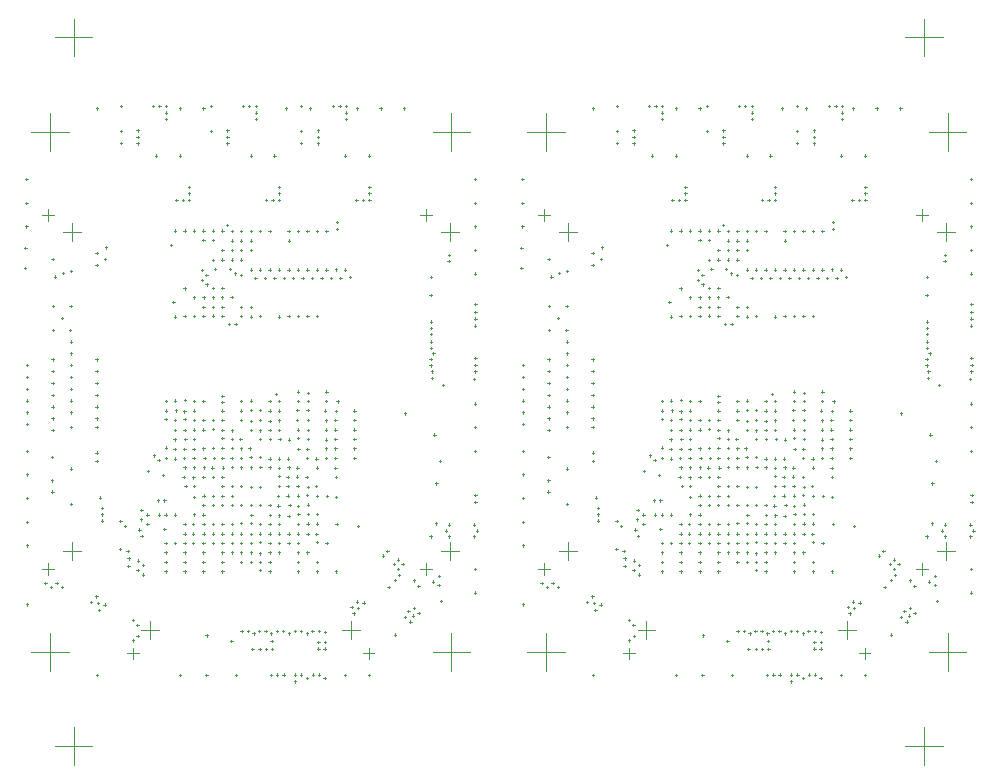
<source format=gbr>
G04*
G04 #@! TF.GenerationSoftware,Altium Limited,Altium Designer,22.4.2 (48)*
G04*
G04 Layer_Color=128*
%FSAX24Y24*%
%MOIN*%
G70*
G04*
G04 #@! TF.SameCoordinates,90E71517-61D5-4869-93FD-60EF0163E4CB*
G04*
G04*
G04 #@! TF.FilePolarity,Positive*
G04*
G01*
G75*
%ADD68C,0.0020*%
D68*
X033622Y025591D02*
X034882D01*
X034252Y024961D02*
Y026220D01*
X033622Y001969D02*
X034882D01*
X034252Y001339D02*
Y002598D01*
X005276Y001969D02*
X006535D01*
X005906Y001339D02*
Y002598D01*
X005276Y025591D02*
X006535D01*
X005906Y024961D02*
Y026220D01*
X017874Y005118D02*
X019134D01*
X018504Y004488D02*
Y005748D01*
X004488Y005118D02*
X005748D01*
X005118Y004488D02*
Y005748D01*
X017874Y022441D02*
X019134D01*
X018504Y021811D02*
Y023071D01*
X004488Y022441D02*
X005748D01*
X005118Y021811D02*
Y023071D01*
X007687Y005059D02*
X008081D01*
X007884Y004862D02*
Y005256D01*
X015541Y005059D02*
X015935D01*
X015738Y004862D02*
Y005256D01*
X008169Y005846D02*
X008760D01*
X008465Y005551D02*
Y006142D01*
X014862Y005846D02*
X015453D01*
X015157Y005551D02*
Y006142D01*
X004862Y019675D02*
X005256D01*
X005059Y019478D02*
Y019872D01*
X004862Y007884D02*
X005256D01*
X005059Y007687D02*
Y008081D01*
X005551Y019094D02*
X006142D01*
X005846Y018799D02*
Y019390D01*
X005551Y008465D02*
X006142D01*
X005846Y008169D02*
Y008760D01*
X017461Y019675D02*
X017854D01*
X017657Y019478D02*
Y019872D01*
X017461Y007884D02*
X017854D01*
X017657Y007687D02*
Y008081D01*
X018150Y019094D02*
X018740D01*
X018445Y018799D02*
Y019390D01*
X018150Y008465D02*
X018740D01*
X018445Y008169D02*
Y008760D01*
X013316Y010955D02*
X013396D01*
X013356Y010915D02*
Y010995D01*
X013636Y010941D02*
X013716D01*
X013676Y010901D02*
Y010981D01*
X013363Y011873D02*
X013443D01*
X013403Y011833D02*
Y011913D01*
X013976Y011250D02*
X014056D01*
X014016Y011210D02*
Y011290D01*
X013946Y010630D02*
X014026D01*
X013986Y010590D02*
Y010670D01*
X013676Y010616D02*
X013756D01*
X013716Y010576D02*
Y010656D01*
X012952Y023228D02*
X013032D01*
X012992Y023188D02*
Y023268D01*
X013740Y023228D02*
X013820D01*
X013780Y023188D02*
Y023268D01*
X016102Y023228D02*
X016182D01*
X016142Y023188D02*
Y023268D01*
X015314Y023228D02*
X015394D01*
X015354Y023188D02*
Y023268D01*
X015708Y021654D02*
X015788D01*
X015748Y021614D02*
Y021694D01*
X014921Y021654D02*
X015001D01*
X014961Y021614D02*
Y021694D01*
X012558Y021654D02*
X012638D01*
X012598Y021614D02*
Y021694D01*
X011771Y021654D02*
X011851D01*
X011811Y021614D02*
Y021694D01*
X009409Y021654D02*
X009489D01*
X009449Y021614D02*
Y021694D01*
X008621Y021654D02*
X008701D01*
X008661Y021614D02*
Y021694D01*
X010196Y023228D02*
X010276D01*
X010236Y023188D02*
Y023268D01*
X009409Y023228D02*
X009489D01*
X009449Y023188D02*
Y023268D01*
X006653Y004331D02*
X006733D01*
X006693Y004291D02*
Y004371D01*
X004320Y006693D02*
X004400D01*
X004360Y006653D02*
Y006733D01*
X004320Y008661D02*
X004400D01*
X004360Y008621D02*
Y008701D01*
X004320Y009449D02*
X004400D01*
X004360Y009409D02*
Y009489D01*
X004320Y010236D02*
X004400D01*
X004360Y010196D02*
Y010276D01*
X004320Y011024D02*
X004400D01*
X004360Y010984D02*
Y011064D01*
X005157Y011614D02*
X005237D01*
X005197Y011574D02*
Y011654D01*
X005157Y010827D02*
X005237D01*
X005197Y010787D02*
Y010867D01*
X004320Y011811D02*
X004400D01*
X004360Y011771D02*
Y011851D01*
X019251Y007874D02*
X019331D01*
X019291Y007834D02*
Y007914D01*
X019251Y007087D02*
X019331D01*
X019291Y007047D02*
Y007127D01*
X019251Y013386D02*
X019331D01*
X019291Y013346D02*
Y013426D01*
X019251Y012599D02*
X019331D01*
X019291Y012559D02*
Y012639D01*
X019251Y011811D02*
X019331D01*
X019291Y011771D02*
Y011851D01*
X015708Y004331D02*
X015788D01*
X015748Y004291D02*
Y004371D01*
X014921Y004331D02*
X015001D01*
X014961Y004291D02*
Y004371D01*
X009409Y004331D02*
X009489D01*
X009449Y004291D02*
Y004371D01*
X019251Y017717D02*
X019331D01*
X019291Y017677D02*
Y017757D01*
X019251Y018504D02*
X019331D01*
X019291Y018464D02*
Y018544D01*
X019251Y019291D02*
X019331D01*
X019291Y019251D02*
Y019331D01*
X019251Y020079D02*
X019331D01*
X019291Y020039D02*
Y020119D01*
X019251Y020866D02*
X019331D01*
X019291Y020826D02*
Y020906D01*
X016889Y023228D02*
X016969D01*
X016929Y023188D02*
Y023268D01*
X006653Y023228D02*
X006733D01*
X006693Y023188D02*
Y023268D01*
X004291Y019291D02*
X004371D01*
X004331Y019251D02*
Y019331D01*
X004291Y020079D02*
X004371D01*
X004331Y020039D02*
Y020119D01*
X004291Y020866D02*
X004371D01*
X004331Y020826D02*
Y020906D01*
X011269Y016033D02*
X011349D01*
X011309Y015993D02*
Y016073D01*
X011044Y016032D02*
X011124D01*
X011084Y015992D02*
Y016072D01*
X010511Y016319D02*
X010591D01*
X010551Y016279D02*
Y016359D01*
X011131Y016939D02*
X011211D01*
X011171Y016899D02*
Y016979D01*
X013021Y011555D02*
X013101D01*
X013061Y011515D02*
Y011595D01*
X012076Y012215D02*
X012156D01*
X012116Y012175D02*
Y012255D01*
X017894Y012351D02*
X017974D01*
X017934Y012311D02*
Y012391D01*
X012608Y013711D02*
X012688D01*
X012648Y013671D02*
Y013751D01*
X016916Y013057D02*
X016996D01*
X016956Y013017D02*
Y013097D01*
X017775Y016119D02*
X017855D01*
X017815Y016079D02*
Y016159D01*
X017767Y016998D02*
X017847D01*
X017807Y016958D02*
Y017038D01*
X017776Y017600D02*
X017856D01*
X017816Y017560D02*
Y017640D01*
X013346Y013474D02*
X013426D01*
X013386Y013434D02*
Y013514D01*
X013661Y011870D02*
X013741D01*
X013701Y011830D02*
Y011910D01*
X013046Y012186D02*
X013126D01*
X013086Y012146D02*
Y012226D01*
X013680Y012205D02*
X013760D01*
X013720Y012165D02*
Y012245D01*
X013651Y011575D02*
X013731D01*
X013691Y011535D02*
Y011615D01*
X013964Y011553D02*
X014044D01*
X014004Y011513D02*
Y011593D01*
X012706Y012515D02*
X012786D01*
X012746Y012475D02*
Y012555D01*
X012719Y012826D02*
X012799D01*
X012759Y012786D02*
Y012866D01*
X014669Y013462D02*
X014749D01*
X014709Y013422D02*
Y013502D01*
X014594Y012832D02*
X014674D01*
X014634Y012792D02*
Y012872D01*
X014607Y013145D02*
X014687D01*
X014647Y013105D02*
Y013185D01*
X015226Y012832D02*
X015306D01*
X015266Y012792D02*
Y012872D01*
X014594Y012517D02*
X014674D01*
X014634Y012477D02*
Y012557D01*
X015226Y012517D02*
X015306D01*
X015266Y012477D02*
Y012557D01*
X017864Y015057D02*
X017944D01*
X017904Y015017D02*
Y015097D01*
X017767Y014871D02*
X017847D01*
X017807Y014831D02*
Y014911D01*
X017767Y014661D02*
X017847D01*
X017807Y014621D02*
Y014701D01*
X017772Y015246D02*
X017852D01*
X017812Y015206D02*
Y015286D01*
X017772Y015456D02*
X017852D01*
X017812Y015416D02*
Y015496D01*
X018188Y014006D02*
X018268D01*
X018228Y013966D02*
Y014046D01*
X018368Y018130D02*
X018448D01*
X018408Y018090D02*
Y018170D01*
X018377Y018340D02*
X018457D01*
X018417Y018300D02*
Y018380D01*
X015078Y017611D02*
X015158D01*
X015118Y017571D02*
Y017651D01*
X008343Y011139D02*
X008423D01*
X008383Y011099D02*
Y011179D01*
X008839Y010999D02*
X008919D01*
X008879Y010959D02*
Y011039D01*
X009566Y011260D02*
X009646D01*
X009606Y011220D02*
Y011300D01*
X009534Y010942D02*
X009614D01*
X009574Y010902D02*
Y010982D01*
X009864Y010928D02*
X009944D01*
X009904Y010888D02*
Y010968D01*
X009886Y009690D02*
X009966D01*
X009926Y009650D02*
Y009730D01*
X009881Y010279D02*
X009961D01*
X009921Y010239D02*
Y010319D01*
X008129Y009843D02*
X008209D01*
X008169Y009803D02*
Y009883D01*
X009602Y010630D02*
X009682D01*
X009642Y010590D02*
Y010670D01*
X009881Y011260D02*
X009961D01*
X009921Y011220D02*
Y011300D01*
X009865Y011565D02*
X009945D01*
X009905Y011525D02*
Y011605D01*
X010231Y011575D02*
X010311D01*
X010271Y011535D02*
Y011615D01*
X009113Y018664D02*
X009193D01*
X009153Y018624D02*
Y018704D01*
X009254Y013484D02*
X009334D01*
X009294Y013444D02*
Y013524D01*
X008939Y013463D02*
X009019D01*
X008979Y013423D02*
Y013503D01*
X009540Y011567D02*
X009620D01*
X009580Y011527D02*
Y011607D01*
X017028Y006475D02*
X017108D01*
X017068Y006435D02*
Y006515D01*
X017180Y006317D02*
X017260D01*
X017220Y006277D02*
Y006357D01*
X016581Y007503D02*
X016661D01*
X016621Y007463D02*
Y007543D01*
X008685Y010157D02*
X008765D01*
X008725Y010117D02*
Y010197D01*
X008698Y011516D02*
X008778D01*
X008738Y011476D02*
Y011556D01*
X008543Y011661D02*
X008623D01*
X008583Y011621D02*
Y011701D01*
X008946Y011565D02*
X009026D01*
X008986Y011525D02*
Y011605D01*
X008943Y011917D02*
X009023D01*
X008983Y011877D02*
Y011957D01*
X008895Y010157D02*
X008975D01*
X008935Y010117D02*
Y010197D01*
X009192Y016772D02*
X009272D01*
X009232Y016732D02*
Y016812D01*
X009254Y016289D02*
X009334D01*
X009294Y016249D02*
Y016329D01*
X011456Y016604D02*
X011536D01*
X011496Y016564D02*
Y016644D01*
X010510Y016925D02*
X010590D01*
X010550Y016885D02*
Y016965D01*
X010820Y016929D02*
X010900D01*
X010860Y016889D02*
Y016969D01*
X010826Y013648D02*
X010906D01*
X010866Y013608D02*
Y013688D01*
X010829Y013432D02*
X010909D01*
X010869Y013392D02*
Y013472D01*
X006633Y014862D02*
X006713D01*
X006673Y014822D02*
Y014902D01*
X006633Y014468D02*
X006713D01*
X006673Y014428D02*
Y014509D01*
X006633Y014075D02*
X006713D01*
X006673Y014035D02*
Y014115D01*
X006633Y013681D02*
X006713D01*
X006673Y013641D02*
Y013721D01*
X006633Y013287D02*
X006713D01*
X006673Y013247D02*
Y013327D01*
X006633Y012894D02*
X006713D01*
X006673Y012854D02*
Y012934D01*
X006631Y012608D02*
X006711D01*
X006671Y012568D02*
Y012648D01*
X006636Y011752D02*
X006716D01*
X006676Y011712D02*
Y011792D01*
X006636Y011469D02*
X006716D01*
X006676Y011429D02*
Y011509D01*
X012086Y007830D02*
X012166D01*
X012126Y007790D02*
Y007870D01*
X011771Y008110D02*
X011851D01*
X011811Y008070D02*
Y008150D01*
X008895Y009213D02*
X008975D01*
X008935Y009173D02*
Y009253D01*
X013675Y010020D02*
X013755D01*
X013715Y009980D02*
Y010060D01*
X013677Y009702D02*
X013757D01*
X013717Y009662D02*
Y009742D01*
X018080Y011476D02*
X018160D01*
X018120Y011436D02*
Y011516D01*
X014005Y022490D02*
X014085D01*
X014045Y022450D02*
Y022530D01*
X014005Y022274D02*
X014085D01*
X014045Y022234D02*
Y022314D01*
X014005Y022057D02*
X014085D01*
X014045Y022017D02*
Y022097D01*
X010993Y022490D02*
X011073D01*
X011033Y022450D02*
Y022530D01*
X010993Y022274D02*
X011073D01*
X011033Y022234D02*
Y022314D01*
X010993Y022057D02*
X011073D01*
X011033Y022017D02*
Y022097D01*
X008001Y022057D02*
X008081D01*
X008041Y022017D02*
Y022097D01*
X008001Y022274D02*
X008081D01*
X008041Y022234D02*
Y022314D01*
X008001Y022490D02*
X008081D01*
X008041Y022450D02*
Y022530D01*
X013454Y023307D02*
X013534D01*
X013494Y023267D02*
Y023347D01*
X007450Y023307D02*
X007530D01*
X007490Y023267D02*
Y023347D01*
X010442Y023307D02*
X010522D01*
X010482Y023267D02*
Y023347D01*
X005161Y010452D02*
X005241D01*
X005201Y010412D02*
Y010492D01*
X008178Y007687D02*
X008259D01*
X008219Y007647D02*
Y007727D01*
X008178Y008002D02*
X008259D01*
X008219Y007962D02*
Y008042D01*
X008001Y007844D02*
X008081D01*
X008041Y007804D02*
Y007884D01*
X008011Y008150D02*
X008091D01*
X008051Y008110D02*
Y008190D01*
X007696Y007982D02*
X007776D01*
X007736Y007942D02*
Y008022D01*
X007698Y008228D02*
X007778D01*
X007738Y008188D02*
Y008268D01*
X007423Y008536D02*
X007503D01*
X007463Y008496D02*
Y008576D01*
X007667Y008474D02*
X007747D01*
X007707Y008434D02*
Y008514D01*
X013454Y022470D02*
X013534D01*
X013494Y022430D02*
Y022510D01*
X013454Y022077D02*
X013534D01*
X013494Y022037D02*
Y022117D01*
X010442Y022470D02*
X010522D01*
X010482Y022430D02*
Y022510D01*
X007450Y022077D02*
X007530D01*
X007490Y022037D02*
Y022117D01*
X007450Y022470D02*
X007530D01*
X007490Y022430D02*
Y022510D01*
X011456Y011572D02*
X011536D01*
X011496Y011532D02*
Y011612D01*
X011456Y011260D02*
X011536D01*
X011496Y011220D02*
Y011300D01*
X012401Y011555D02*
X012481D01*
X012441Y011515D02*
Y011595D01*
X012716Y011555D02*
X012796D01*
X012756Y011515D02*
Y011595D01*
X012716Y011240D02*
X012796D01*
X012756Y011200D02*
Y011280D01*
X012096Y011270D02*
X012176D01*
X012136Y011230D02*
Y011310D01*
X008935Y009684D02*
X009015D01*
X008975Y009644D02*
Y009724D01*
X006633Y018012D02*
X006713D01*
X006673Y017972D02*
Y018052D01*
X006919Y018209D02*
X006999D01*
X006959Y018169D02*
Y018249D01*
X007581Y009313D02*
X007661D01*
X007621Y009273D02*
Y009353D01*
X014950Y023083D02*
X015030D01*
X014990Y023043D02*
Y023123D01*
X014950Y023297D02*
X015030D01*
X014990Y023257D02*
Y023337D01*
X014734Y023297D02*
X014814D01*
X014774Y023257D02*
Y023337D01*
X014517Y023297D02*
X014597D01*
X014557Y023257D02*
Y023337D01*
X014950Y022873D02*
X015030D01*
X014990Y022833D02*
Y022913D01*
X011938Y023083D02*
X012018D01*
X011978Y023043D02*
Y023123D01*
X011938Y023297D02*
X012018D01*
X011978Y023257D02*
Y023337D01*
X011722Y023297D02*
X011802D01*
X011762Y023257D02*
Y023337D01*
X011505Y023297D02*
X011585D01*
X011545Y023257D02*
Y023337D01*
X011938Y022873D02*
X012018D01*
X011978Y022833D02*
Y022913D01*
X008946Y023083D02*
X009026D01*
X008986Y023043D02*
Y023123D01*
X008946Y023297D02*
X009026D01*
X008986Y023257D02*
Y023337D01*
X008730Y023297D02*
X008810D01*
X008770Y023257D02*
Y023337D01*
X008513Y023297D02*
X008593D01*
X008553Y023257D02*
Y023337D01*
X008946Y022873D02*
X009026D01*
X008986Y022833D02*
Y022913D01*
X012086Y010600D02*
X012166D01*
X012126Y010560D02*
Y010640D01*
X011771Y010600D02*
X011851D01*
X011811Y010560D02*
Y010640D01*
X015728Y020392D02*
X015808D01*
X015768Y020352D02*
Y020432D01*
X015728Y020177D02*
X015808D01*
X015768Y020137D02*
Y020217D01*
X015511Y020177D02*
X015591D01*
X015551Y020137D02*
Y020217D01*
X015295Y020177D02*
X015375D01*
X015335Y020137D02*
Y020217D01*
X015728Y020602D02*
X015808D01*
X015768Y020562D02*
Y020642D01*
X012716Y020392D02*
X012796D01*
X012756Y020352D02*
Y020432D01*
X012716Y020177D02*
X012796D01*
X012756Y020137D02*
Y020217D01*
X012499Y020177D02*
X012579D01*
X012539Y020137D02*
Y020217D01*
X012283Y020177D02*
X012363D01*
X012323Y020137D02*
Y020217D01*
X012716Y020602D02*
X012796D01*
X012756Y020562D02*
Y020642D01*
X009724Y020602D02*
X009804D01*
X009764Y020562D02*
Y020642D01*
X009291Y020177D02*
X009371D01*
X009331Y020137D02*
Y020217D01*
X009507Y020177D02*
X009587D01*
X009547Y020137D02*
Y020217D01*
X009724Y020177D02*
X009804D01*
X009764Y020137D02*
Y020217D01*
X009724Y020392D02*
X009804D01*
X009764Y020352D02*
Y020432D01*
X013362Y009702D02*
X013442D01*
X013402Y009662D02*
Y009742D01*
X013346Y009964D02*
X013426D01*
X013386Y009924D02*
Y010004D01*
X013067Y010000D02*
X013147D01*
X013107Y009960D02*
Y010040D01*
X013346Y010320D02*
X013426D01*
X013386Y010280D02*
Y010360D01*
X012694Y009988D02*
X012774D01*
X012734Y009948D02*
Y010028D01*
X012680Y010315D02*
X012760D01*
X012720Y010275D02*
Y010355D01*
X013667Y009384D02*
X013747D01*
X013707Y009344D02*
Y009424D01*
X010493Y011255D02*
X010573D01*
X010533Y011215D02*
Y011295D01*
X010514Y010940D02*
X010594D01*
X010554Y010900D02*
Y010980D01*
X012716Y010981D02*
X012796D01*
X012756Y010941D02*
Y011021D01*
X011141Y011900D02*
X011221D01*
X011181Y011860D02*
Y011940D01*
X011136Y011565D02*
X011216D01*
X011176Y011525D02*
Y011605D01*
X011456Y010630D02*
X011536D01*
X011496Y010590D02*
Y010670D01*
X011141Y010315D02*
X011221D01*
X011181Y010275D02*
Y010355D01*
X011141Y010630D02*
X011221D01*
X011181Y010590D02*
Y010670D01*
X011141Y011280D02*
X011221D01*
X011181Y011240D02*
Y011320D01*
X010821Y010000D02*
X010901D01*
X010861Y009960D02*
Y010040D01*
X010826Y010315D02*
X010906D01*
X010866Y010275D02*
Y010355D01*
X011766Y011604D02*
X011846D01*
X011806Y011564D02*
Y011644D01*
X012088Y011609D02*
X012168D01*
X012127Y011569D02*
Y011649D01*
X011735Y011890D02*
X011815D01*
X011775Y011850D02*
Y011930D01*
X010196Y010945D02*
X010276D01*
X010236Y010905D02*
Y010985D01*
X010856Y011255D02*
X010936D01*
X010896Y011215D02*
Y011295D01*
X012421Y012215D02*
X012501D01*
X012461Y012175D02*
Y012255D01*
X013345Y012239D02*
X013425D01*
X013385Y012199D02*
Y012279D01*
X014281Y011890D02*
X014361D01*
X014321Y011850D02*
Y011930D01*
X014274Y012188D02*
X014354D01*
X014314Y012148D02*
Y012228D01*
X014596Y012205D02*
X014676D01*
X014636Y012165D02*
Y012245D01*
X014283Y012520D02*
X014363D01*
X014323Y012480D02*
Y012560D01*
X014255Y013150D02*
X014335D01*
X014295Y013110D02*
Y013190D01*
X011795Y009675D02*
X011875D01*
X011835Y009635D02*
Y009715D01*
X010196Y009685D02*
X010276D01*
X010236Y009645D02*
Y009725D01*
X012723Y009658D02*
X012803D01*
X012763Y009618D02*
Y009698D01*
X012411Y009665D02*
X012491D01*
X012451Y009625D02*
Y009705D01*
X013001Y010320D02*
X013081D01*
X013041Y010280D02*
Y010360D01*
X013031Y009649D02*
X013111D01*
X013071Y009609D02*
Y009689D01*
X012074Y010005D02*
X012154D01*
X012114Y009965D02*
Y010045D01*
X010201Y009369D02*
X010281D01*
X010241Y009329D02*
Y009409D01*
X009845Y009370D02*
X009925D01*
X009885Y009330D02*
Y009410D01*
X010511Y009370D02*
X010591D01*
X010551Y009330D02*
Y009410D01*
X009845Y009055D02*
X009925D01*
X009885Y009015D02*
Y009095D01*
X010511Y009055D02*
X010591D01*
X010551Y009015D02*
Y009095D01*
X010201Y010320D02*
X010281D01*
X010241Y010280D02*
Y010360D01*
X009251Y008740D02*
X009331D01*
X009291Y008700D02*
Y008780D01*
X009845Y008740D02*
X009925D01*
X009885Y008700D02*
Y008780D01*
X010511Y010000D02*
X010591D01*
X010551Y009960D02*
Y010040D01*
X010201Y009055D02*
X010281D01*
X010241Y009015D02*
Y009095D01*
X010826Y009055D02*
X010906D01*
X010866Y009015D02*
Y009095D01*
X010196Y008425D02*
X010276D01*
X010236Y008385D02*
Y008465D01*
X010196Y008740D02*
X010276D01*
X010236Y008700D02*
Y008780D01*
X009566Y009055D02*
X009646D01*
X009606Y009015D02*
Y009095D01*
X010547Y011575D02*
X010627D01*
X010587Y011535D02*
Y011615D01*
X010826Y010945D02*
X010906D01*
X010866Y010905D02*
Y010985D01*
X013327Y013164D02*
X013407D01*
X013367Y013124D02*
Y013204D01*
X013310Y012835D02*
X013390D01*
X013350Y012795D02*
Y012875D01*
X013683Y012840D02*
X013763D01*
X013723Y012800D02*
Y012880D01*
X013668Y013177D02*
X013748D01*
X013708Y013137D02*
Y013217D01*
X013671Y013740D02*
X013751D01*
X013711Y013700D02*
Y013780D01*
X014645Y019449D02*
X014725D01*
X014685Y019409D02*
Y019489D01*
X014645Y019213D02*
X014725D01*
X014685Y019173D02*
Y019253D01*
X011772Y013489D02*
X011852D01*
X011812Y013449D02*
Y013529D01*
X014281Y011565D02*
X014361D01*
X014321Y011525D02*
Y011605D01*
X017767Y008957D02*
X017847D01*
X017807Y008917D02*
Y008997D01*
X017944Y009392D02*
X018024D01*
X017984Y009352D02*
Y009432D01*
X017962Y010728D02*
X018042D01*
X018002Y010688D02*
Y010768D01*
X019221Y014203D02*
X019301D01*
X019261Y014163D02*
Y014243D01*
X019261Y014911D02*
X019341D01*
X019301Y014871D02*
Y014951D01*
X019261Y016703D02*
X019341D01*
X019301Y016663D02*
Y016743D01*
X019241Y015984D02*
X019321D01*
X019281Y015944D02*
Y016024D01*
X011127Y005478D02*
X011207D01*
X011167Y005438D02*
Y005518D01*
X010295Y004331D02*
X010375D01*
X010335Y004291D02*
Y004371D01*
X011279Y004331D02*
X011359D01*
X011319Y004291D02*
Y004371D01*
X011825Y005208D02*
X011905D01*
X011865Y005168D02*
Y005248D01*
X010302Y005657D02*
X010382D01*
X010342Y005617D02*
Y005697D01*
X005255Y017618D02*
X005335D01*
X005295Y017578D02*
Y017658D01*
X005169Y018209D02*
X005249D01*
X005209Y018169D02*
Y018249D01*
X018041Y007648D02*
X018121D01*
X018081Y007608D02*
Y007688D01*
X017843Y007451D02*
X017923D01*
X017883Y007411D02*
Y007491D01*
X018036Y007338D02*
X018116D01*
X018076Y007298D02*
Y007378D01*
X018119Y006811D02*
X018199D01*
X018159Y006771D02*
Y006851D01*
X016367Y007274D02*
X016447D01*
X016407Y007234D02*
Y007314D01*
X015201Y006395D02*
X015281D01*
X015241Y006355D02*
Y006435D01*
X013249Y004129D02*
X013329D01*
X013289Y004089D02*
Y004169D01*
X012447Y004339D02*
X012527D01*
X012487Y004299D02*
Y004379D01*
X005472Y016230D02*
X005552D01*
X005512Y016190D02*
Y016270D01*
X005757Y015846D02*
X005837D01*
X005797Y015806D02*
Y015886D01*
X005177Y015846D02*
X005257D01*
X005217Y015806D02*
Y015886D01*
X005177Y016634D02*
X005257D01*
X005217Y016594D02*
Y016674D01*
X005767Y016634D02*
X005847D01*
X005807Y016594D02*
Y016674D01*
X013346Y007795D02*
X013426D01*
X013386Y007755D02*
Y007835D01*
X008002Y005639D02*
X008082D01*
X008042Y005599D02*
Y005679D01*
X007854Y005491D02*
X007934D01*
X007894Y005451D02*
Y005531D01*
X005117Y007264D02*
X005197D01*
X005157Y007224D02*
Y007304D01*
X005482Y007264D02*
X005562D01*
X005522Y007224D02*
Y007304D01*
X004930Y007402D02*
X005010D01*
X004970Y007362D02*
Y007442D01*
X005302Y007402D02*
X005382D01*
X005342Y007362D02*
Y007442D01*
X007430Y009475D02*
X007510D01*
X007470Y009435D02*
Y009515D01*
X014238Y005438D02*
X014318D01*
X014278Y005398D02*
Y005478D01*
X014025Y005433D02*
X014105D01*
X014065Y005393D02*
Y005473D01*
X014025Y005217D02*
X014105D01*
X014065Y005177D02*
Y005257D01*
X014235Y005217D02*
X014315D01*
X014275Y005177D02*
Y005257D01*
X014245Y005776D02*
X014325D01*
X014285Y005736D02*
Y005816D01*
X012470Y005472D02*
X012550D01*
X012510Y005432D02*
Y005512D01*
X017214Y006575D02*
X017294D01*
X017254Y006535D02*
Y006615D01*
X016919Y006280D02*
X016999D01*
X016959Y006240D02*
Y006320D01*
X017096Y006122D02*
X017176D01*
X017136Y006082D02*
Y006162D01*
X017367Y006413D02*
X017447D01*
X017407Y006373D02*
Y006453D01*
X016584Y005689D02*
X016664D01*
X016624Y005649D02*
Y005729D01*
X016835Y008032D02*
X016915D01*
X016875Y007992D02*
Y008072D01*
X016689Y008183D02*
X016769D01*
X016729Y008143D02*
Y008223D01*
X016325Y008472D02*
X016405D01*
X016365Y008432D02*
Y008512D01*
X016722Y007667D02*
X016802D01*
X016762Y007627D02*
Y007707D01*
X016688Y007881D02*
X016768D01*
X016728Y007841D02*
Y007921D01*
X016540Y008034D02*
X016620D01*
X016580Y007994D02*
Y008074D01*
X016181Y008319D02*
X016261D01*
X016221Y008279D02*
Y008359D01*
X007852Y006167D02*
X007932D01*
X007892Y006127D02*
Y006207D01*
X007992Y006004D02*
X008072D01*
X008032Y005964D02*
Y006044D01*
X006673Y006732D02*
X006753D01*
X006713Y006692D02*
Y006772D01*
X006898Y006684D02*
X006978D01*
X006938Y006644D02*
Y006724D01*
X006722Y006508D02*
X006802D01*
X006762Y006468D02*
Y006548D01*
X006625Y006958D02*
X006705D01*
X006665Y006918D02*
Y006998D01*
X006448Y006782D02*
X006528D01*
X006488Y006742D02*
Y006822D01*
X010511Y008740D02*
X010591D01*
X010551Y008700D02*
Y008780D01*
X010826Y008110D02*
X010906D01*
X010866Y008070D02*
Y008150D01*
X010826Y007795D02*
X010906D01*
X010866Y007755D02*
Y007835D01*
X009566Y009370D02*
X009646D01*
X009606Y009330D02*
Y009410D01*
X013333Y010630D02*
X013413D01*
X013373Y010590D02*
Y010670D01*
X012999Y010631D02*
X013079D01*
X013039Y010591D02*
Y010671D01*
X013326Y011250D02*
X013406D01*
X013366Y011210D02*
Y011290D01*
X013031Y011260D02*
X013111D01*
X013071Y011220D02*
Y011300D01*
X013001Y010945D02*
X013081D01*
X013041Y010905D02*
Y010985D01*
X017211Y007490D02*
X017291D01*
X017251Y007450D02*
Y007530D01*
X017362Y007303D02*
X017442D01*
X017402Y007263D02*
Y007343D01*
X011445Y017665D02*
X011525D01*
X011485Y017625D02*
Y017705D01*
X011245Y017729D02*
X011325D01*
X011285Y017689D02*
Y017769D01*
X011771Y016614D02*
X011851D01*
X011811Y016574D02*
Y016654D01*
X012086Y008393D02*
X012166D01*
X012126Y008353D02*
Y008433D01*
X012084Y008768D02*
X012164D01*
X012124Y008728D02*
Y008808D01*
X011771Y009037D02*
X011851D01*
X011811Y008997D02*
Y009077D01*
X011456Y009400D02*
X011536D01*
X011496Y009360D02*
Y009440D01*
X011771Y009400D02*
X011851D01*
X011811Y009360D02*
Y009440D01*
X015354Y009311D02*
X015434D01*
X015394Y009271D02*
Y009351D01*
X010984Y019331D02*
X011064D01*
X011024Y019291D02*
Y019371D01*
X010826Y019154D02*
X010906D01*
X010866Y019114D02*
Y019194D01*
X010511Y018839D02*
X010591D01*
X010551Y018799D02*
Y018879D01*
X010196Y018831D02*
X010276D01*
X010236Y018791D02*
Y018871D01*
X010196Y019151D02*
X010276D01*
X010236Y019111D02*
Y019191D01*
X010511Y019154D02*
X010591D01*
X010551Y019114D02*
Y019194D01*
X009251Y019154D02*
X009331D01*
X009291Y019114D02*
Y019194D01*
X013683Y012516D02*
X013763D01*
X013723Y012476D02*
Y012556D01*
X009232Y011882D02*
X009312D01*
X009272Y011841D02*
Y011921D01*
X009562Y011877D02*
X009642D01*
X009602Y011837D02*
Y011917D01*
X009869Y011882D02*
X009949D01*
X009909Y011842D02*
Y011922D01*
X009576Y013504D02*
X009656D01*
X009616Y013464D02*
Y013544D01*
X009564Y013124D02*
X009644D01*
X009604Y013084D02*
Y013164D01*
X010219Y011258D02*
X010299D01*
X010259Y011218D02*
Y011298D01*
X009231Y012195D02*
X009311D01*
X009271Y012155D02*
Y012235D01*
X009593Y012197D02*
X009673D01*
X009633Y012157D02*
Y012237D01*
X011771Y012815D02*
X011851D01*
X011811Y012775D02*
Y012855D01*
X012086Y012844D02*
X012166D01*
X012126Y012804D02*
Y012884D01*
X011456Y012835D02*
X011536D01*
X011496Y012795D02*
Y012875D01*
X006810Y009485D02*
X006890D01*
X006850Y009445D02*
Y009525D01*
X006810Y009695D02*
X006890D01*
X006850Y009655D02*
Y009735D01*
X009251Y012844D02*
X009331D01*
X009291Y012804D02*
Y012884D01*
X009271Y013159D02*
X009351D01*
X009311Y013119D02*
Y013199D01*
X014281Y012825D02*
X014361D01*
X014321Y012785D02*
Y012865D01*
X014921Y017854D02*
X015001D01*
X014961Y017814D02*
Y017894D01*
X014763Y017579D02*
X014843D01*
X014803Y017539D02*
Y017619D01*
X014606Y017858D02*
X014686D01*
X014646Y017818D02*
Y017898D01*
X014448Y017579D02*
X014528D01*
X014488Y017539D02*
Y017619D01*
X014291Y017854D02*
X014371D01*
X014331Y017814D02*
Y017894D01*
X014131Y017578D02*
X014211D01*
X014171Y017538D02*
Y017618D01*
X013976Y017854D02*
X014056D01*
X014016Y017814D02*
Y017894D01*
X013818Y017579D02*
X013898D01*
X013858Y017539D02*
Y017619D01*
X013661Y017854D02*
X013741D01*
X013701Y017814D02*
Y017894D01*
X013503Y017579D02*
X013583D01*
X013543Y017539D02*
Y017619D01*
X013346Y017854D02*
X013426D01*
X013386Y017814D02*
Y017894D01*
X013189Y017578D02*
X013269D01*
X013229Y017538D02*
Y017618D01*
X013031Y017854D02*
X013111D01*
X013071Y017814D02*
Y017894D01*
X012873Y017579D02*
X012953D01*
X012913Y017539D02*
Y017619D01*
X012558Y017579D02*
X012638D01*
X012598Y017539D02*
Y017619D01*
X012716Y017854D02*
X012796D01*
X012756Y017814D02*
Y017894D01*
X012401Y017854D02*
X012481D01*
X012441Y017814D02*
Y017894D01*
X012243Y017579D02*
X012323D01*
X012283Y017539D02*
Y017619D01*
X012086Y017854D02*
X012166D01*
X012126Y017814D02*
Y017894D01*
X011929Y017578D02*
X012009D01*
X011969Y017538D02*
Y017618D01*
X018274Y009154D02*
X018354D01*
X018314Y009114D02*
Y009194D01*
X019323Y009154D02*
X019403D01*
X019363Y009114D02*
Y009194D01*
X019263Y010115D02*
X019343D01*
X019303Y010075D02*
Y010155D01*
X019264Y010344D02*
X019344D01*
X019304Y010304D02*
Y010384D01*
X019224Y009350D02*
X019304D01*
X019264Y009310D02*
Y009390D01*
X019224Y008957D02*
X019304D01*
X019264Y008917D02*
Y008997D01*
X018373Y009350D02*
X018453D01*
X018413Y009310D02*
Y009390D01*
X018373Y008957D02*
X018453D01*
X018413Y008917D02*
Y008997D01*
X015315Y006783D02*
X015395D01*
X015355Y006743D02*
Y006823D01*
X015136Y006604D02*
X015216D01*
X015176Y006564D02*
Y006644D01*
X015344Y006575D02*
X015424D01*
X015384Y006535D02*
Y006615D01*
X015531Y006752D02*
X015611D01*
X015571Y006712D02*
Y006792D01*
X004261Y018573D02*
X004341D01*
X004301Y018533D02*
Y018613D01*
X004257Y017913D02*
X004337D01*
X004297Y017873D02*
Y017953D01*
X005775Y017815D02*
X005855D01*
X005815Y017775D02*
Y017855D01*
X019263Y014667D02*
X019343D01*
X019303Y014627D02*
Y014707D01*
X019261Y014457D02*
X019341D01*
X019301Y014417D02*
Y014497D01*
X008060Y009189D02*
X008140D01*
X008100Y009149D02*
Y009229D01*
X008135Y008976D02*
X008215D01*
X008175Y008936D02*
Y009016D01*
X008326Y009380D02*
X008406D01*
X008366Y009340D02*
Y009420D01*
X008119Y009528D02*
X008199D01*
X008159Y009488D02*
Y009568D01*
X008326Y009685D02*
X008406D01*
X008366Y009645D02*
Y009725D01*
X006810Y009911D02*
X006890D01*
X006850Y009871D02*
Y009951D01*
X005779Y010030D02*
X005859D01*
X005819Y009990D02*
Y010070D01*
X005787Y011217D02*
X005867D01*
X005827Y011177D02*
Y011257D01*
X005511Y017744D02*
X005591D01*
X005551Y017704D02*
Y017784D01*
X005775Y013091D02*
X005855D01*
X005815Y013051D02*
Y013131D01*
X006753Y010256D02*
X006833D01*
X006793Y010216D02*
Y010296D01*
X008720Y009685D02*
X008800D01*
X008760Y009645D02*
Y009725D01*
X012401Y012815D02*
X012481D01*
X012441Y012775D02*
Y012855D01*
X011456Y011890D02*
X011536D01*
X011496Y011850D02*
Y011930D01*
X011427Y012205D02*
X011507D01*
X011467Y012165D02*
Y012245D01*
X011771Y013179D02*
X011851D01*
X011811Y013139D02*
Y013219D01*
X012736Y012205D02*
X012816D01*
X012776Y012165D02*
Y012245D01*
X012401Y012500D02*
X012481D01*
X012441Y012460D02*
Y012540D01*
X011781Y012500D02*
X011861D01*
X011821Y012460D02*
Y012540D01*
X012716Y009370D02*
X012796D01*
X012756Y009330D02*
Y009410D01*
X019261Y016437D02*
X019341D01*
X019301Y016397D02*
Y016477D01*
X019261Y016218D02*
X019341D01*
X019301Y016178D02*
Y016258D01*
X006948Y018593D02*
X007028D01*
X006988Y018553D02*
Y018633D01*
X006633Y018406D02*
X006713D01*
X006673Y018366D02*
Y018446D01*
X005775Y015453D02*
X005855D01*
X005815Y015413D02*
Y015493D01*
X005169Y014862D02*
X005249D01*
X005209Y014822D02*
Y014902D01*
X005789Y012599D02*
X005869D01*
X005829Y012559D02*
Y012639D01*
X013984Y009704D02*
X014064D01*
X014024Y009664D02*
Y009744D01*
X013346Y009380D02*
X013426D01*
X013386Y009340D02*
Y009420D01*
X013983Y009384D02*
X014063D01*
X014023Y009344D02*
Y009424D01*
X013346Y008110D02*
X013426D01*
X013386Y008070D02*
Y008150D01*
X013031Y008740D02*
X013111D01*
X013071Y008700D02*
Y008780D01*
X012086Y008110D02*
X012166D01*
X012126Y008070D02*
Y008150D01*
X012401Y008110D02*
X012481D01*
X012441Y008070D02*
Y008150D01*
X011456Y008110D02*
X011536D01*
X011496Y008070D02*
Y008150D01*
X011141Y008425D02*
X011221D01*
X011181Y008385D02*
Y008465D01*
X012083Y013169D02*
X012163D01*
X012124Y013129D02*
Y013209D01*
X012086Y012490D02*
X012166D01*
X012126Y012450D02*
Y012530D01*
X012401Y013150D02*
X012481D01*
X012441Y013110D02*
Y013190D01*
X011141Y012490D02*
X011221D01*
X011181Y012450D02*
Y012530D01*
X011141Y012205D02*
X011221D01*
X011181Y012165D02*
Y012245D01*
X012716Y016289D02*
X012796D01*
X012756Y016249D02*
Y016329D01*
X013041Y018819D02*
X013121D01*
X013081Y018779D02*
Y018859D01*
X011774Y019142D02*
X011854D01*
X011814Y019102D02*
Y019182D01*
X011774Y016289D02*
X011854D01*
X011814Y016249D02*
Y016329D01*
X010196Y010000D02*
X010276D01*
X010236Y009960D02*
Y010040D01*
X014596Y011575D02*
X014676D01*
X014636Y011535D02*
Y011615D01*
X013346Y012520D02*
X013426D01*
X013386Y012480D02*
Y012560D01*
X014596Y011890D02*
X014676D01*
X014636Y011850D02*
Y011930D01*
X011771Y017854D02*
X011851D01*
X011811Y017814D02*
Y017894D01*
X010826Y012500D02*
X010906D01*
X010866Y012460D02*
Y012540D01*
X010830Y012232D02*
X010910D01*
X010870Y012192D02*
Y012272D01*
X010826Y018189D02*
X010906D01*
X010866Y018149D02*
Y018229D01*
X011141Y018189D02*
X011221D01*
X011181Y018149D02*
Y018229D01*
X008943Y013153D02*
X009023D01*
X008983Y013113D02*
Y013193D01*
X010301Y017362D02*
X010381D01*
X010341Y017322D02*
Y017402D01*
X010155Y017515D02*
X010235D01*
X010195Y017475D02*
Y017555D01*
X010826Y012835D02*
X010906D01*
X010866Y012795D02*
Y012875D01*
X010511Y017244D02*
X010591D01*
X010551Y017204D02*
Y017284D01*
X009881Y013465D02*
X009961D01*
X009921Y013425D02*
Y013505D01*
X010826Y011900D02*
X010906D01*
X010866Y011860D02*
Y011940D01*
X011456Y013465D02*
X011536D01*
X011496Y013425D02*
Y013505D01*
X010196Y013465D02*
X010276D01*
X010236Y013425D02*
Y013505D01*
X010511Y011900D02*
X010591D01*
X010551Y011860D02*
Y011940D01*
X011456Y013150D02*
X011536D01*
X011496Y013110D02*
Y013190D01*
X010511Y012835D02*
X010591D01*
X010551Y012795D02*
Y012875D01*
X010826Y013150D02*
X010906D01*
X010866Y013110D02*
Y013190D01*
X011072Y017864D02*
X011152D01*
X011112Y017824D02*
Y017904D01*
X011141Y018819D02*
X011221D01*
X011181Y018779D02*
Y018859D01*
X010196Y012520D02*
X010276D01*
X010236Y012480D02*
Y012560D01*
X010590Y017864D02*
X010670D01*
X010630Y017824D02*
Y017904D01*
X011456Y018189D02*
X011536D01*
X011496Y018149D02*
Y018229D01*
X009566Y012864D02*
X009646D01*
X009606Y012824D02*
Y012904D01*
X010826Y016614D02*
X010906D01*
X010866Y016574D02*
Y016654D01*
X010196Y012835D02*
X010276D01*
X010236Y012795D02*
Y012875D01*
X009881Y012520D02*
X009961D01*
X009921Y012480D02*
Y012560D01*
X010826Y017244D02*
X010906D01*
X010866Y017204D02*
Y017284D01*
X009881Y012835D02*
X009961D01*
X009921Y012795D02*
Y012875D01*
X010511Y018179D02*
X010591D01*
X010551Y018139D02*
Y018219D01*
X009881Y010630D02*
X009961D01*
X009921Y010590D02*
Y010670D01*
X011771Y018504D02*
X011851D01*
X011811Y018464D02*
Y018544D01*
X010295Y017677D02*
X010375D01*
X010335Y017637D02*
Y017717D01*
X011781Y018819D02*
X011861D01*
X011821Y018779D02*
Y018859D01*
X010147Y017835D02*
X010227D01*
X010187Y017795D02*
Y017875D01*
X011141Y018504D02*
X011221D01*
X011181Y018464D02*
Y018544D01*
X009251Y012510D02*
X009331D01*
X009291Y012470D02*
Y012550D01*
X010826Y018504D02*
X010906D01*
X010866Y018464D02*
Y018544D01*
X009251Y011555D02*
X009331D01*
X009291Y011515D02*
Y011595D01*
X009881Y012205D02*
X009961D01*
X009921Y012165D02*
Y012245D01*
X014320Y010315D02*
X014400D01*
X014360Y010275D02*
Y010355D01*
X014606Y010279D02*
X014686D01*
X014646Y010239D02*
Y010319D01*
X012402Y013469D02*
X012482D01*
X012442Y013429D02*
Y013509D01*
X013346Y013789D02*
X013426D01*
X013386Y013749D02*
Y013829D01*
X013681Y013465D02*
X013761D01*
X013721Y013425D02*
Y013505D01*
X015226Y013150D02*
X015306D01*
X015266Y013110D02*
Y013190D01*
X012716Y013465D02*
X012796D01*
X012756Y013425D02*
Y013505D01*
X014281Y013474D02*
X014361D01*
X014321Y013434D02*
Y013514D01*
X014596Y011240D02*
X014676D01*
X014636Y011200D02*
Y011280D01*
X012716Y013150D02*
X012796D01*
X012756Y013110D02*
Y013190D01*
X014291Y013784D02*
X014371D01*
X014331Y013744D02*
Y013824D01*
X015226Y011575D02*
X015306D01*
X015266Y011535D02*
Y011615D01*
X015226Y012205D02*
X015306D01*
X015266Y012165D02*
Y012245D01*
X015226Y011890D02*
X015306D01*
X015266Y011850D02*
Y011930D01*
X013651Y010335D02*
X013731D01*
X013691Y010295D02*
Y010375D01*
X012056Y005815D02*
X012136D01*
X012096Y005775D02*
Y005855D01*
X012266Y005815D02*
X012346D01*
X012306Y005775D02*
Y005855D01*
X012647Y005815D02*
X012727D01*
X012687Y005775D02*
Y005855D01*
X012857Y005815D02*
X012937D01*
X012897Y005775D02*
Y005855D01*
X013238Y005815D02*
X013318D01*
X013278Y005775D02*
Y005855D01*
X013448Y005815D02*
X013528D01*
X013488Y005775D02*
Y005855D01*
X013828Y005815D02*
X013908D01*
X013868Y005775D02*
Y005855D01*
X014038Y005815D02*
X014118D01*
X014078Y005775D02*
Y005855D01*
X010826Y008740D02*
X010906D01*
X010866Y008700D02*
Y008780D01*
X012069Y005211D02*
X012149D01*
X012109Y005171D02*
Y005251D01*
X010826Y008425D02*
X010906D01*
X010866Y008385D02*
Y008465D01*
X012279Y005211D02*
X012359D01*
X012319Y005171D02*
Y005251D01*
X009566Y008740D02*
X009646D01*
X009606Y008700D02*
Y008780D01*
X012657Y004350D02*
X012737D01*
X012697Y004310D02*
Y004390D01*
X009566Y008425D02*
X009646D01*
X009606Y008385D02*
Y008465D01*
X012867Y004350D02*
X012947D01*
X012907Y004310D02*
Y004390D01*
X008936Y008740D02*
X009016D01*
X008976Y008700D02*
Y008780D01*
X013247Y004350D02*
X013327D01*
X013287Y004310D02*
Y004390D01*
X008936Y008425D02*
X009016D01*
X008976Y008385D02*
Y008465D01*
X013457Y004350D02*
X013537D01*
X013497Y004310D02*
Y004390D01*
X013838Y004350D02*
X013918D01*
X013878Y004310D02*
Y004390D01*
X014048Y004350D02*
X014128D01*
X014088Y004310D02*
Y004390D01*
X011466Y005815D02*
X011546D01*
X011506Y005775D02*
Y005855D01*
X011676Y005815D02*
X011756D01*
X011716Y005775D02*
Y005855D01*
X013031Y016299D02*
X013111D01*
X013071Y016259D02*
Y016339D01*
X013661Y019134D02*
X013741D01*
X013701Y019094D02*
Y019174D01*
X013031Y019134D02*
X013111D01*
X013071Y019094D02*
Y019174D01*
X014291Y019134D02*
X014371D01*
X014331Y019094D02*
Y019174D01*
X013976Y016299D02*
X014056D01*
X014016Y016259D02*
Y016339D01*
X014606Y010945D02*
X014686D01*
X014646Y010905D02*
Y010985D01*
X014606Y007795D02*
X014686D01*
X014646Y007755D02*
Y007835D01*
X014300Y008746D02*
X014380D01*
X014340Y008706D02*
Y008786D01*
X014232Y004242D02*
X014312D01*
X014272Y004202D02*
Y004282D01*
X013638Y005725D02*
X013718D01*
X013678Y005685D02*
Y005765D01*
X013641Y004242D02*
X013721D01*
X013681Y004202D02*
Y004282D01*
X012716Y009055D02*
X012796D01*
X012756Y009015D02*
Y009095D01*
X012456Y005725D02*
X012536D01*
X012496Y005685D02*
Y005765D01*
X013047Y005725D02*
X013127D01*
X013087Y005685D02*
Y005765D01*
X012489Y005215D02*
X012569D01*
X012529Y005175D02*
Y005255D01*
X012086Y019144D02*
X012166D01*
X012126Y019104D02*
Y019184D01*
X011456Y018819D02*
X011536D01*
X011496Y018779D02*
Y018859D01*
X011141Y019144D02*
X011221D01*
X011181Y019104D02*
Y019184D01*
X010199Y016925D02*
X010279D01*
X010239Y016885D02*
Y016965D01*
X011456Y016299D02*
X011536D01*
X011496Y016259D02*
Y016339D01*
X010511Y016614D02*
X010591D01*
X010551Y016574D02*
Y016654D01*
X010511Y012549D02*
X010591D01*
X010551Y012509D02*
Y012589D01*
X010196Y016299D02*
X010276D01*
X010236Y016259D02*
Y016339D01*
X009566Y019154D02*
X009646D01*
X009606Y019114D02*
Y019194D01*
X009566Y016299D02*
X009646D01*
X009606Y016259D02*
Y016339D01*
X009566Y017224D02*
X009646D01*
X009606Y017184D02*
Y017264D01*
X009566Y012510D02*
X009646D01*
X009606Y012470D02*
Y012550D01*
X005775Y014665D02*
X005855D01*
X005815Y014625D02*
Y014705D01*
X004318Y014665D02*
X004398D01*
X004358Y014625D02*
Y014705D01*
X005169Y013681D02*
X005249D01*
X005209Y013641D02*
Y013721D01*
X004318Y012697D02*
X004398D01*
X004358Y012657D02*
Y012737D01*
X011771Y011260D02*
X011851D01*
X011811Y011220D02*
Y011300D01*
X012401Y011260D02*
X012481D01*
X012441Y011220D02*
Y011300D01*
X012401Y010000D02*
X012481D01*
X012441Y009960D02*
Y010040D01*
X011771Y010000D02*
X011851D01*
X011811Y009960D02*
Y010040D01*
X010826Y011575D02*
X010906D01*
X010866Y011535D02*
Y011615D01*
X011141Y010000D02*
X011221D01*
X011181Y009960D02*
Y010040D01*
X011141Y009370D02*
X011221D01*
X011181Y009330D02*
Y009410D01*
X010826Y009370D02*
X010906D01*
X010866Y009330D02*
Y009410D01*
X011771Y008740D02*
X011851D01*
X011811Y008700D02*
Y008780D01*
X011866Y005725D02*
X011946D01*
X011906Y005685D02*
Y005765D01*
X011141Y009055D02*
X011221D01*
X011181Y009015D02*
Y009095D01*
X011141Y008740D02*
X011221D01*
X011181Y008700D02*
Y008780D01*
X011456Y008425D02*
X011536D01*
X011496Y008385D02*
Y008465D01*
X009251Y009685D02*
X009331D01*
X009291Y009645D02*
Y009725D01*
X010196Y008110D02*
X010276D01*
X010236Y008070D02*
Y008150D01*
X009566Y008110D02*
X009646D01*
X009606Y008070D02*
Y008150D01*
X008936Y007795D02*
X009016D01*
X008976Y007755D02*
Y007835D01*
X004318Y013878D02*
X004398D01*
X004358Y013838D02*
Y013918D01*
X013976Y008776D02*
X014056D01*
X014016Y008736D02*
Y008816D01*
X013959Y009047D02*
X014039D01*
X013999Y009007D02*
Y009087D01*
X013346Y009055D02*
X013426D01*
X013386Y009015D02*
Y009095D01*
X013665Y009031D02*
X013745D01*
X013705Y008991D02*
Y009071D01*
X017775Y015699D02*
X017855D01*
X017815Y015659D02*
Y015739D01*
X017775Y015909D02*
X017855D01*
X017815Y015869D02*
Y015949D01*
X017806Y014249D02*
X017886D01*
X017846Y014209D02*
Y014289D01*
X017824Y014459D02*
X017904D01*
X017864Y014419D02*
Y014499D01*
X004318Y014272D02*
X004398D01*
X004358Y014232D02*
Y014312D01*
X013346Y016299D02*
X013426D01*
X013386Y016259D02*
Y016339D01*
X013976Y019134D02*
X014056D01*
X014016Y019094D02*
Y019174D01*
X013346Y019134D02*
X013426D01*
X013386Y019094D02*
Y019174D01*
X013986Y010315D02*
X014066D01*
X014026Y010275D02*
Y010355D01*
X013661Y016299D02*
X013741D01*
X013701Y016259D02*
Y016339D01*
X012401Y019134D02*
X012481D01*
X012441Y019094D02*
Y019174D01*
X011456Y019144D02*
X011536D01*
X011496Y019104D02*
Y019184D01*
X011456Y018504D02*
X011536D01*
X011496Y018464D02*
Y018544D01*
X009881Y019154D02*
X009961D01*
X009921Y019114D02*
Y019194D01*
X009881Y016929D02*
X009961D01*
X009921Y016889D02*
Y016969D01*
X012086Y016299D02*
X012166D01*
X012126Y016259D02*
Y016339D01*
X010196Y016614D02*
X010276D01*
X010236Y016574D02*
Y016654D01*
X010826Y016299D02*
X010906D01*
X010866Y016259D02*
Y016339D01*
X010196Y011890D02*
X010276D01*
X010236Y011850D02*
Y011930D01*
X009881Y013150D02*
X009961D01*
X009921Y013110D02*
Y013190D01*
X009881Y016299D02*
X009961D01*
X009921Y016259D02*
Y016339D01*
X008936Y012864D02*
X009016D01*
X008976Y012824D02*
Y012904D01*
X009566Y007795D02*
X009646D01*
X009606Y007755D02*
Y007835D01*
X010196Y007795D02*
X010276D01*
X010236Y007755D02*
Y007835D01*
X008936Y008110D02*
X009016D01*
X008976Y008070D02*
Y008150D01*
X011456Y010000D02*
X011536D01*
X011496Y009960D02*
Y010040D01*
X010826Y010630D02*
X010906D01*
X010866Y010590D02*
Y010670D01*
X012716Y010630D02*
X012796D01*
X012756Y010590D02*
Y010670D01*
X010511Y010315D02*
X010591D01*
X010551Y010275D02*
Y010355D01*
X012086Y009370D02*
X012166D01*
X012126Y009330D02*
Y009410D01*
X012401Y008425D02*
X012481D01*
X012441Y008385D02*
Y008465D01*
X013346Y008740D02*
X013426D01*
X013386Y008700D02*
Y008780D01*
X013976Y007795D02*
X014056D01*
X014016Y007755D02*
Y007835D01*
X014635Y009380D02*
X014715D01*
X014675Y009340D02*
Y009420D01*
X005169Y012500D02*
X005249D01*
X005209Y012460D02*
Y012540D01*
X005169Y014468D02*
X005249D01*
X005209Y014428D02*
Y014509D01*
X005775Y013484D02*
X005855D01*
X005815Y013444D02*
Y013524D01*
X005775Y013878D02*
X005855D01*
X005815Y013838D02*
Y013918D01*
X005775Y014272D02*
X005855D01*
X005815Y014232D02*
Y014312D01*
X005775Y015059D02*
X005855D01*
X005815Y015019D02*
Y015099D01*
X005169Y012894D02*
X005249D01*
X005209Y012854D02*
Y012934D01*
X005169Y013287D02*
X005249D01*
X005209Y013247D02*
Y013327D01*
X004318Y013091D02*
X004398D01*
X004358Y013051D02*
Y013131D01*
X004318Y013484D02*
X004398D01*
X004358Y013444D02*
Y013524D01*
X005169Y014075D02*
X005249D01*
X005209Y014035D02*
Y014115D01*
X013346Y008425D02*
X013426D01*
X013386Y008385D02*
Y008465D01*
X013661Y008425D02*
X013741D01*
X013701Y008385D02*
Y008465D01*
X013976Y008110D02*
X014056D01*
X014016Y008070D02*
Y008150D01*
X012716Y008425D02*
X012796D01*
X012756Y008385D02*
Y008465D01*
X012716Y008740D02*
X012796D01*
X012756Y008700D02*
Y008780D01*
X013031Y009055D02*
X013111D01*
X013071Y009015D02*
Y009095D01*
X012401Y008740D02*
X012481D01*
X012441Y008700D02*
Y008780D01*
X012401Y009055D02*
X012481D01*
X012441Y009015D02*
Y009095D01*
X012401Y009370D02*
X012481D01*
X012441Y009330D02*
Y009410D01*
X012086Y009055D02*
X012166D01*
X012126Y009015D02*
Y009095D01*
X011456Y009055D02*
X011536D01*
X011496Y009015D02*
Y009095D01*
X011456Y008740D02*
X011536D01*
X011496Y008700D02*
Y008780D01*
X011771Y008425D02*
X011851D01*
X011811Y008385D02*
Y008465D01*
X012401Y007795D02*
X012481D01*
X012441Y007755D02*
Y007835D01*
X034409Y005118D02*
X035669D01*
X035039Y004488D02*
Y005748D01*
X021024Y005118D02*
X022283D01*
X021654Y004488D02*
Y005748D01*
X034409Y022441D02*
X035669D01*
X035039Y021811D02*
Y023071D01*
X021024Y022441D02*
X022283D01*
X021654Y021811D02*
Y023071D01*
X024222Y005059D02*
X024616D01*
X024419Y004862D02*
Y005256D01*
X032077Y005059D02*
X032470D01*
X032274Y004862D02*
Y005256D01*
X024705Y005846D02*
X025295D01*
X025000Y005551D02*
Y006142D01*
X031398Y005846D02*
X031988D01*
X031693Y005551D02*
Y006142D01*
X021398Y019675D02*
X021791D01*
X021594Y019478D02*
Y019872D01*
X021398Y007884D02*
X021791D01*
X021594Y007687D02*
Y008081D01*
X022087Y019094D02*
X022677D01*
X022382Y018799D02*
Y019390D01*
X022087Y008465D02*
X022677D01*
X022382Y008169D02*
Y008760D01*
X033996Y019675D02*
X034390D01*
X034193Y019478D02*
Y019872D01*
X033996Y007884D02*
X034390D01*
X034193Y007687D02*
Y008081D01*
X034685Y019094D02*
X035276D01*
X034980Y018799D02*
Y019390D01*
X034685Y008465D02*
X035276D01*
X034980Y008169D02*
Y008760D01*
X029852Y010955D02*
X029932D01*
X029892Y010915D02*
Y010995D01*
X030171Y010941D02*
X030251D01*
X030211Y010901D02*
Y010981D01*
X029899Y011873D02*
X029979D01*
X029939Y011833D02*
Y011913D01*
X030511Y011250D02*
X030591D01*
X030551Y011210D02*
Y011290D01*
X030482Y010630D02*
X030562D01*
X030522Y010590D02*
Y010670D01*
X030212Y010616D02*
X030292D01*
X030252Y010576D02*
Y010656D01*
X029488Y023228D02*
X029568D01*
X029528Y023188D02*
Y023268D01*
X030275Y023228D02*
X030355D01*
X030315Y023188D02*
Y023268D01*
X032637Y023228D02*
X032717D01*
X032677Y023188D02*
Y023268D01*
X031850Y023228D02*
X031930D01*
X031890Y023188D02*
Y023268D01*
X032243Y021654D02*
X032323D01*
X032283Y021614D02*
Y021694D01*
X031456Y021654D02*
X031536D01*
X031496Y021614D02*
Y021694D01*
X029094Y021654D02*
X029174D01*
X029134Y021614D02*
Y021694D01*
X028306Y021654D02*
X028386D01*
X028346Y021614D02*
Y021694D01*
X025944Y021654D02*
X026024D01*
X025984Y021614D02*
Y021694D01*
X025157Y021654D02*
X025237D01*
X025197Y021614D02*
Y021694D01*
X026732Y023228D02*
X026812D01*
X026772Y023188D02*
Y023268D01*
X025944Y023228D02*
X026024D01*
X025984Y023188D02*
Y023268D01*
X023188Y004331D02*
X023268D01*
X023228Y004291D02*
Y004371D01*
X020856Y006693D02*
X020936D01*
X020896Y006653D02*
Y006733D01*
X020856Y008661D02*
X020936D01*
X020896Y008621D02*
Y008701D01*
X020856Y009449D02*
X020936D01*
X020896Y009409D02*
Y009489D01*
X020856Y010236D02*
X020936D01*
X020896Y010196D02*
Y010276D01*
X020856Y011024D02*
X020936D01*
X020896Y010984D02*
Y011064D01*
X021692Y011614D02*
X021772D01*
X021732Y011574D02*
Y011654D01*
X021692Y010827D02*
X021772D01*
X021732Y010787D02*
Y010867D01*
X020856Y011811D02*
X020936D01*
X020896Y011771D02*
Y011851D01*
X035787Y007874D02*
X035867D01*
X035827Y007834D02*
Y007914D01*
X035787Y007087D02*
X035867D01*
X035827Y007047D02*
Y007127D01*
X035787Y013386D02*
X035867D01*
X035827Y013346D02*
Y013426D01*
X035787Y012599D02*
X035867D01*
X035827Y012559D02*
Y012639D01*
X035787Y011811D02*
X035867D01*
X035827Y011771D02*
Y011851D01*
X032243Y004331D02*
X032323D01*
X032283Y004291D02*
Y004371D01*
X031456Y004331D02*
X031536D01*
X031496Y004291D02*
Y004371D01*
X025944Y004331D02*
X026024D01*
X025984Y004291D02*
Y004371D01*
X035787Y017717D02*
X035867D01*
X035827Y017677D02*
Y017757D01*
X035787Y018504D02*
X035867D01*
X035827Y018464D02*
Y018544D01*
X035787Y019291D02*
X035867D01*
X035827Y019251D02*
Y019331D01*
X035787Y020079D02*
X035867D01*
X035827Y020039D02*
Y020119D01*
X035787Y020866D02*
X035867D01*
X035827Y020826D02*
Y020906D01*
X033425Y023228D02*
X033505D01*
X033465Y023188D02*
Y023268D01*
X023188Y023228D02*
X023268D01*
X023228Y023188D02*
Y023268D01*
X020826Y019291D02*
X020906D01*
X020866Y019251D02*
Y019331D01*
X020826Y020079D02*
X020906D01*
X020866Y020039D02*
Y020119D01*
X020826Y020866D02*
X020906D01*
X020866Y020826D02*
Y020906D01*
X027804Y016033D02*
X027884D01*
X027844Y015993D02*
Y016073D01*
X027579Y016032D02*
X027659D01*
X027619Y015992D02*
Y016072D01*
X027047Y016319D02*
X027127D01*
X027087Y016279D02*
Y016359D01*
X027667Y016939D02*
X027747D01*
X027707Y016899D02*
Y016979D01*
X029556Y011555D02*
X029636D01*
X029596Y011515D02*
Y011595D01*
X028612Y012215D02*
X028692D01*
X028652Y012175D02*
Y012255D01*
X034430Y012351D02*
X034510D01*
X034470Y012311D02*
Y012391D01*
X029143Y013711D02*
X029223D01*
X029183Y013671D02*
Y013751D01*
X033452Y013057D02*
X033532D01*
X033492Y013017D02*
Y013097D01*
X034310Y016119D02*
X034390D01*
X034350Y016079D02*
Y016159D01*
X034303Y016998D02*
X034383D01*
X034343Y016958D02*
Y017038D01*
X034312Y017600D02*
X034392D01*
X034352Y017560D02*
Y017640D01*
X029881Y013474D02*
X029961D01*
X029921Y013434D02*
Y013514D01*
X030196Y011870D02*
X030276D01*
X030236Y011830D02*
Y011910D01*
X029581Y012186D02*
X029661D01*
X029621Y012146D02*
Y012226D01*
X030216Y012205D02*
X030296D01*
X030256Y012165D02*
Y012245D01*
X030186Y011575D02*
X030266D01*
X030226Y011535D02*
Y011615D01*
X030499Y011553D02*
X030579D01*
X030539Y011513D02*
Y011593D01*
X029241Y012515D02*
X029321D01*
X029281Y012475D02*
Y012555D01*
X029254Y012826D02*
X029334D01*
X029294Y012786D02*
Y012866D01*
X031204Y013462D02*
X031284D01*
X031244Y013422D02*
Y013502D01*
X031129Y012832D02*
X031209D01*
X031169Y012792D02*
Y012872D01*
X031142Y013145D02*
X031222D01*
X031182Y013105D02*
Y013185D01*
X031761Y012832D02*
X031841D01*
X031801Y012792D02*
Y012872D01*
X031130Y012517D02*
X031210D01*
X031170Y012477D02*
Y012557D01*
X031761Y012517D02*
X031841D01*
X031801Y012477D02*
Y012557D01*
X034399Y015057D02*
X034479D01*
X034439Y015017D02*
Y015097D01*
X034303Y014871D02*
X034383D01*
X034343Y014831D02*
Y014911D01*
X034303Y014661D02*
X034383D01*
X034343Y014621D02*
Y014701D01*
X034307Y015246D02*
X034387D01*
X034347Y015206D02*
Y015286D01*
X034307Y015456D02*
X034387D01*
X034347Y015416D02*
Y015496D01*
X034724Y014006D02*
X034804D01*
X034764Y013966D02*
Y014046D01*
X034903Y018130D02*
X034983D01*
X034943Y018090D02*
Y018170D01*
X034913Y018340D02*
X034993D01*
X034953Y018300D02*
Y018380D01*
X031614Y017611D02*
X031694D01*
X031654Y017571D02*
Y017651D01*
X024878Y011139D02*
X024958D01*
X024918Y011099D02*
Y011179D01*
X025374Y010999D02*
X025454D01*
X025414Y010959D02*
Y011039D01*
X026102Y011260D02*
X026182D01*
X026142Y011220D02*
Y011300D01*
X026069Y010942D02*
X026149D01*
X026109Y010902D02*
Y010982D01*
X026400Y010928D02*
X026480D01*
X026440Y010888D02*
Y010968D01*
X026422Y009690D02*
X026502D01*
X026462Y009650D02*
Y009730D01*
X026417Y010279D02*
X026497D01*
X026457Y010239D02*
Y010319D01*
X024665Y009843D02*
X024745D01*
X024705Y009803D02*
Y009883D01*
X026138Y010630D02*
X026218D01*
X026178Y010590D02*
Y010670D01*
X026417Y011260D02*
X026497D01*
X026457Y011220D02*
Y011300D01*
X026400Y011565D02*
X026480D01*
X026440Y011525D02*
Y011605D01*
X026766Y011575D02*
X026846D01*
X026806Y011535D02*
Y011615D01*
X025649Y018664D02*
X025729D01*
X025689Y018624D02*
Y018704D01*
X025789Y013484D02*
X025869D01*
X025829Y013444D02*
Y013524D01*
X025474Y013463D02*
X025554D01*
X025514Y013423D02*
Y013503D01*
X026075Y011567D02*
X026155D01*
X026115Y011527D02*
Y011607D01*
X033564Y006475D02*
X033644D01*
X033604Y006435D02*
Y006515D01*
X033716Y006317D02*
X033796D01*
X033756Y006277D02*
Y006357D01*
X033116Y007503D02*
X033196D01*
X033156Y007463D02*
Y007543D01*
X025220Y010157D02*
X025300D01*
X025260Y010117D02*
Y010197D01*
X025233Y011516D02*
X025313D01*
X025273Y011476D02*
Y011556D01*
X025078Y011661D02*
X025158D01*
X025118Y011621D02*
Y011701D01*
X025482Y011565D02*
X025562D01*
X025522Y011525D02*
Y011605D01*
X025479Y011917D02*
X025559D01*
X025519Y011877D02*
Y011957D01*
X025430Y010157D02*
X025510D01*
X025470Y010117D02*
Y010197D01*
X025728Y016772D02*
X025808D01*
X025768Y016732D02*
Y016812D01*
X025789Y016289D02*
X025869D01*
X025829Y016249D02*
Y016329D01*
X027991Y016604D02*
X028071D01*
X028031Y016564D02*
Y016644D01*
X027045Y016925D02*
X027125D01*
X027085Y016885D02*
Y016965D01*
X027356Y016929D02*
X027436D01*
X027396Y016889D02*
Y016969D01*
X027362Y013648D02*
X027442D01*
X027402Y013608D02*
Y013688D01*
X027364Y013432D02*
X027444D01*
X027404Y013392D02*
Y013472D01*
X023169Y014862D02*
X023249D01*
X023209Y014822D02*
Y014902D01*
X023169Y014468D02*
X023249D01*
X023209Y014428D02*
Y014509D01*
X023169Y014075D02*
X023249D01*
X023209Y014035D02*
Y014115D01*
X023169Y013681D02*
X023249D01*
X023209Y013641D02*
Y013721D01*
X023169Y013287D02*
X023249D01*
X023209Y013247D02*
Y013327D01*
X023169Y012894D02*
X023249D01*
X023209Y012854D02*
Y012934D01*
X023166Y012608D02*
X023246D01*
X023206Y012568D02*
Y012648D01*
X023171Y011752D02*
X023251D01*
X023211Y011712D02*
Y011792D01*
X023171Y011469D02*
X023251D01*
X023211Y011429D02*
Y011509D01*
X028621Y007830D02*
X028701D01*
X028661Y007790D02*
Y007870D01*
X028306Y008110D02*
X028386D01*
X028346Y008070D02*
Y008150D01*
X025430Y009213D02*
X025510D01*
X025470Y009173D02*
Y009253D01*
X030210Y010020D02*
X030290D01*
X030250Y009980D02*
Y010060D01*
X030213Y009702D02*
X030293D01*
X030253Y009662D02*
Y009742D01*
X034616Y011476D02*
X034696D01*
X034656Y011436D02*
Y011516D01*
X030541Y022490D02*
X030621D01*
X030581Y022450D02*
Y022530D01*
X030541Y022274D02*
X030621D01*
X030581Y022234D02*
Y022314D01*
X030541Y022057D02*
X030621D01*
X030581Y022017D02*
Y022097D01*
X027529Y022490D02*
X027609D01*
X027569Y022450D02*
Y022530D01*
X027529Y022274D02*
X027609D01*
X027569Y022234D02*
Y022314D01*
X027529Y022057D02*
X027609D01*
X027569Y022017D02*
Y022097D01*
X024537Y022057D02*
X024617D01*
X024577Y022017D02*
Y022097D01*
X024537Y022274D02*
X024617D01*
X024577Y022234D02*
Y022314D01*
X024537Y022490D02*
X024617D01*
X024577Y022450D02*
Y022530D01*
X029990Y023307D02*
X030070D01*
X030030Y023267D02*
Y023347D01*
X023986Y023307D02*
X024066D01*
X024026Y023267D02*
Y023347D01*
X026978Y023307D02*
X027058D01*
X027018Y023267D02*
Y023347D01*
X021696Y010452D02*
X021776D01*
X021736Y010412D02*
Y010492D01*
X024714Y007687D02*
X024794D01*
X024754Y007647D02*
Y007727D01*
X024714Y008002D02*
X024794D01*
X024754Y007962D02*
Y008042D01*
X024537Y007844D02*
X024617D01*
X024577Y007804D02*
Y007884D01*
X024547Y008150D02*
X024627D01*
X024587Y008110D02*
Y008190D01*
X024232Y007982D02*
X024312D01*
X024272Y007942D02*
Y008022D01*
X024234Y008228D02*
X024314D01*
X024274Y008188D02*
Y008268D01*
X023958Y008536D02*
X024038D01*
X023998Y008496D02*
Y008576D01*
X024202Y008474D02*
X024282D01*
X024242Y008434D02*
Y008514D01*
X029990Y022470D02*
X030070D01*
X030030Y022430D02*
Y022510D01*
X029990Y022077D02*
X030070D01*
X030030Y022037D02*
Y022117D01*
X026978Y022470D02*
X027058D01*
X027018Y022430D02*
Y022510D01*
X023986Y022077D02*
X024066D01*
X024026Y022037D02*
Y022117D01*
X023986Y022470D02*
X024066D01*
X024026Y022430D02*
Y022510D01*
X027991Y011572D02*
X028071D01*
X028031Y011532D02*
Y011612D01*
X027991Y011260D02*
X028071D01*
X028031Y011220D02*
Y011300D01*
X028936Y011555D02*
X029016D01*
X028976Y011515D02*
Y011595D01*
X029251Y011555D02*
X029331D01*
X029291Y011515D02*
Y011595D01*
X029251Y011240D02*
X029331D01*
X029291Y011200D02*
Y011280D01*
X028631Y011270D02*
X028711D01*
X028671Y011230D02*
Y011310D01*
X025471Y009684D02*
X025551D01*
X025511Y009644D02*
Y009724D01*
X023169Y018012D02*
X023249D01*
X023209Y017972D02*
Y018052D01*
X023454Y018209D02*
X023534D01*
X023494Y018169D02*
Y018249D01*
X024117Y009313D02*
X024197D01*
X024157Y009273D02*
Y009353D01*
X031486Y023083D02*
X031566D01*
X031526Y023043D02*
Y023123D01*
X031486Y023297D02*
X031566D01*
X031526Y023257D02*
Y023337D01*
X031269Y023297D02*
X031349D01*
X031309Y023257D02*
Y023337D01*
X031053Y023297D02*
X031133D01*
X031093Y023257D02*
Y023337D01*
X031486Y022873D02*
X031566D01*
X031526Y022833D02*
Y022913D01*
X028474Y023083D02*
X028554D01*
X028514Y023043D02*
Y023123D01*
X028474Y023297D02*
X028554D01*
X028514Y023257D02*
Y023337D01*
X028257Y023297D02*
X028337D01*
X028297Y023257D02*
Y023337D01*
X028041Y023297D02*
X028121D01*
X028081Y023257D02*
Y023337D01*
X028474Y022873D02*
X028554D01*
X028514Y022833D02*
Y022913D01*
X025482Y023083D02*
X025562D01*
X025522Y023043D02*
Y023123D01*
X025482Y023297D02*
X025562D01*
X025522Y023257D02*
Y023337D01*
X025265Y023297D02*
X025345D01*
X025305Y023257D02*
Y023337D01*
X025049Y023297D02*
X025129D01*
X025089Y023257D02*
Y023337D01*
X025482Y022873D02*
X025562D01*
X025522Y022833D02*
Y022913D01*
X028621Y010600D02*
X028701D01*
X028661Y010560D02*
Y010640D01*
X028306Y010600D02*
X028386D01*
X028346Y010560D02*
Y010640D01*
X032263Y020392D02*
X032343D01*
X032303Y020352D02*
Y020432D01*
X032263Y020177D02*
X032343D01*
X032303Y020137D02*
Y020217D01*
X032047Y020177D02*
X032127D01*
X032087Y020137D02*
Y020217D01*
X031830Y020177D02*
X031910D01*
X031870Y020137D02*
Y020217D01*
X032263Y020602D02*
X032343D01*
X032303Y020562D02*
Y020642D01*
X029251Y020392D02*
X029331D01*
X029291Y020352D02*
Y020432D01*
X029251Y020177D02*
X029331D01*
X029291Y020137D02*
Y020217D01*
X029035Y020177D02*
X029115D01*
X029075Y020137D02*
Y020217D01*
X028818Y020177D02*
X028898D01*
X028858Y020137D02*
Y020217D01*
X029251Y020602D02*
X029331D01*
X029291Y020562D02*
Y020642D01*
X026259Y020602D02*
X026339D01*
X026299Y020562D02*
Y020642D01*
X025826Y020177D02*
X025906D01*
X025866Y020137D02*
Y020217D01*
X026043Y020177D02*
X026123D01*
X026083Y020137D02*
Y020217D01*
X026259Y020177D02*
X026339D01*
X026299Y020137D02*
Y020217D01*
X026259Y020392D02*
X026339D01*
X026299Y020352D02*
Y020432D01*
X029898Y009702D02*
X029978D01*
X029938Y009662D02*
Y009742D01*
X029881Y009964D02*
X029961D01*
X029921Y009924D02*
Y010004D01*
X029602Y010000D02*
X029682D01*
X029642Y009960D02*
Y010040D01*
X029881Y010320D02*
X029961D01*
X029921Y010280D02*
Y010360D01*
X029230Y009988D02*
X029310D01*
X029270Y009948D02*
Y010028D01*
X029215Y010315D02*
X029295D01*
X029255Y010275D02*
Y010355D01*
X030202Y009384D02*
X030282D01*
X030242Y009344D02*
Y009424D01*
X027028Y011255D02*
X027108D01*
X027068Y011215D02*
Y011295D01*
X027049Y010940D02*
X027129D01*
X027089Y010900D02*
Y010980D01*
X029251Y010981D02*
X029331D01*
X029291Y010941D02*
Y011021D01*
X027677Y011900D02*
X027757D01*
X027717Y011860D02*
Y011940D01*
X027672Y011565D02*
X027752D01*
X027712Y011525D02*
Y011605D01*
X027991Y010630D02*
X028071D01*
X028031Y010590D02*
Y010670D01*
X027677Y010315D02*
X027757D01*
X027717Y010275D02*
Y010355D01*
X027677Y010630D02*
X027757D01*
X027717Y010590D02*
Y010670D01*
X027677Y011280D02*
X027757D01*
X027717Y011240D02*
Y011320D01*
X027357Y010000D02*
X027437D01*
X027397Y009960D02*
Y010040D01*
X027362Y010315D02*
X027442D01*
X027402Y010275D02*
Y010355D01*
X028301Y011604D02*
X028382D01*
X028342Y011564D02*
Y011644D01*
X028623Y011609D02*
X028703D01*
X028663Y011569D02*
Y011649D01*
X028270Y011890D02*
X028350D01*
X028310Y011850D02*
Y011930D01*
X026732Y010945D02*
X026812D01*
X026772Y010905D02*
Y010985D01*
X027392Y011255D02*
X027472D01*
X027432Y011215D02*
Y011295D01*
X028956Y012215D02*
X029036D01*
X028996Y012175D02*
Y012255D01*
X029880Y012239D02*
X029960D01*
X029920Y012199D02*
Y012279D01*
X030816Y011890D02*
X030896D01*
X030856Y011850D02*
Y011930D01*
X030809Y012188D02*
X030889D01*
X030849Y012148D02*
Y012228D01*
X031131Y012205D02*
X031211D01*
X031171Y012165D02*
Y012245D01*
X030819Y012520D02*
X030899D01*
X030859Y012480D02*
Y012560D01*
X030790Y013150D02*
X030870D01*
X030830Y013110D02*
Y013190D01*
X028330Y009675D02*
X028410D01*
X028370Y009635D02*
Y009715D01*
X026732Y009685D02*
X026812D01*
X026772Y009645D02*
Y009725D01*
X029259Y009658D02*
X029339D01*
X029299Y009618D02*
Y009698D01*
X028946Y009665D02*
X029026D01*
X028986Y009625D02*
Y009705D01*
X029536Y010320D02*
X029616D01*
X029576Y010280D02*
Y010360D01*
X029566Y009649D02*
X029646D01*
X029606Y009609D02*
Y009689D01*
X028610Y010005D02*
X028690D01*
X028650Y009965D02*
Y010045D01*
X026737Y009369D02*
X026817D01*
X026777Y009329D02*
Y009409D01*
X026381Y009370D02*
X026461D01*
X026421Y009330D02*
Y009410D01*
X027047Y009370D02*
X027127D01*
X027087Y009330D02*
Y009410D01*
X026381Y009055D02*
X026461D01*
X026421Y009015D02*
Y009095D01*
X027047Y009055D02*
X027127D01*
X027087Y009015D02*
Y009095D01*
X026737Y010320D02*
X026817D01*
X026777Y010280D02*
Y010360D01*
X025787Y008740D02*
X025867D01*
X025827Y008700D02*
Y008780D01*
X026381Y008740D02*
X026461D01*
X026421Y008700D02*
Y008780D01*
X027047Y010000D02*
X027127D01*
X027087Y009960D02*
Y010040D01*
X026737Y009055D02*
X026817D01*
X026777Y009015D02*
Y009095D01*
X027362Y009055D02*
X027442D01*
X027402Y009015D02*
Y009095D01*
X026732Y008425D02*
X026812D01*
X026772Y008385D02*
Y008465D01*
X026732Y008740D02*
X026812D01*
X026772Y008700D02*
Y008780D01*
X026102Y009055D02*
X026182D01*
X026142Y009015D02*
Y009095D01*
X027083Y011575D02*
X027163D01*
X027123Y011535D02*
Y011615D01*
X027362Y010945D02*
X027442D01*
X027402Y010905D02*
Y010985D01*
X029862Y013164D02*
X029942D01*
X029902Y013124D02*
Y013204D01*
X029845Y012835D02*
X029925D01*
X029885Y012795D02*
Y012875D01*
X030218Y012840D02*
X030298D01*
X030258Y012800D02*
Y012880D01*
X030204Y013177D02*
X030284D01*
X030244Y013137D02*
Y013217D01*
X030206Y013740D02*
X030286D01*
X030246Y013700D02*
Y013780D01*
X031180Y019449D02*
X031260D01*
X031220Y019409D02*
Y019489D01*
X031180Y019213D02*
X031260D01*
X031220Y019173D02*
Y019253D01*
X028307Y013489D02*
X028387D01*
X028347Y013449D02*
Y013529D01*
X030816Y011565D02*
X030896D01*
X030856Y011525D02*
Y011605D01*
X034303Y008957D02*
X034383D01*
X034343Y008917D02*
Y008997D01*
X034479Y009392D02*
X034559D01*
X034519Y009352D02*
Y009432D01*
X034497Y010728D02*
X034577D01*
X034537Y010688D02*
Y010768D01*
X035757Y014203D02*
X035837D01*
X035797Y014163D02*
Y014243D01*
X035797Y014911D02*
X035877D01*
X035837Y014871D02*
Y014951D01*
X035797Y016703D02*
X035877D01*
X035837Y016663D02*
Y016743D01*
X035777Y015984D02*
X035857D01*
X035817Y015944D02*
Y016024D01*
X027662Y005478D02*
X027742D01*
X027702Y005438D02*
Y005518D01*
X026830Y004331D02*
X026910D01*
X026870Y004291D02*
Y004371D01*
X027814Y004331D02*
X027894D01*
X027854Y004291D02*
Y004371D01*
X028361Y005208D02*
X028441D01*
X028401Y005168D02*
Y005248D01*
X026838Y005657D02*
X026918D01*
X026878Y005617D02*
Y005697D01*
X021791Y017618D02*
X021871D01*
X021831Y017578D02*
Y017658D01*
X021704Y018209D02*
X021784D01*
X021744Y018169D02*
Y018249D01*
X034576Y007648D02*
X034656D01*
X034616Y007608D02*
Y007688D01*
X034378Y007451D02*
X034458D01*
X034418Y007411D02*
Y007491D01*
X034571Y007338D02*
X034651D01*
X034611Y007298D02*
Y007378D01*
X034655Y006811D02*
X034735D01*
X034695Y006771D02*
Y006851D01*
X032903Y007274D02*
X032983D01*
X032943Y007234D02*
Y007314D01*
X031737Y006395D02*
X031817D01*
X031777Y006355D02*
Y006435D01*
X029784Y004129D02*
X029864D01*
X029824Y004089D02*
Y004169D01*
X028983Y004339D02*
X029063D01*
X029023Y004299D02*
Y004379D01*
X022007Y016230D02*
X022087D01*
X022047Y016190D02*
Y016270D01*
X022293Y015846D02*
X022373D01*
X022333Y015806D02*
Y015886D01*
X021712Y015846D02*
X021792D01*
X021752Y015806D02*
Y015886D01*
X021712Y016634D02*
X021792D01*
X021752Y016594D02*
Y016674D01*
X022303Y016634D02*
X022383D01*
X022343Y016594D02*
Y016674D01*
X029881Y007795D02*
X029961D01*
X029921Y007755D02*
Y007835D01*
X024538Y005639D02*
X024618D01*
X024578Y005599D02*
Y005679D01*
X024390Y005491D02*
X024469D01*
X024430Y005451D02*
Y005531D01*
X021653Y007264D02*
X021733D01*
X021693Y007224D02*
Y007304D01*
X022017Y007264D02*
X022097D01*
X022057Y007224D02*
Y007304D01*
X021466Y007402D02*
X021546D01*
X021506Y007362D02*
Y007442D01*
X021837Y007402D02*
X021917D01*
X021877Y007362D02*
Y007442D01*
X023966Y009475D02*
X024046D01*
X024006Y009435D02*
Y009515D01*
X030773Y005438D02*
X030853D01*
X030813Y005398D02*
Y005478D01*
X030560Y005433D02*
X030640D01*
X030600Y005393D02*
Y005473D01*
X030560Y005217D02*
X030640D01*
X030600Y005177D02*
Y005257D01*
X030770Y005217D02*
X030850D01*
X030810Y005177D02*
Y005257D01*
X030780Y005776D02*
X030860D01*
X030820Y005736D02*
Y005816D01*
X029005Y005472D02*
X029085D01*
X029045Y005432D02*
Y005512D01*
X033749Y006575D02*
X033829D01*
X033789Y006535D02*
Y006615D01*
X033454Y006280D02*
X033534D01*
X033494Y006240D02*
Y006320D01*
X033631Y006122D02*
X033711D01*
X033671Y006082D02*
Y006162D01*
X033902Y006413D02*
X033982D01*
X033942Y006373D02*
Y006453D01*
X033119Y005689D02*
X033199D01*
X033159Y005649D02*
Y005729D01*
X033370Y008032D02*
X033450D01*
X033410Y007992D02*
Y008072D01*
X033224Y008183D02*
X033304D01*
X033264Y008143D02*
Y008223D01*
X032860Y008472D02*
X032940D01*
X032900Y008432D02*
Y008512D01*
X033257Y007667D02*
X033337D01*
X033297Y007627D02*
Y007707D01*
X033224Y007881D02*
X033304D01*
X033264Y007841D02*
Y007921D01*
X033076Y008034D02*
X033156D01*
X033116Y007994D02*
Y008074D01*
X032717Y008319D02*
X032797D01*
X032757Y008279D02*
Y008359D01*
X024387Y006167D02*
X024467D01*
X024427Y006127D02*
Y006207D01*
X024527Y006004D02*
X024607D01*
X024567Y005964D02*
Y006044D01*
X023208Y006732D02*
X023288D01*
X023248Y006692D02*
Y006772D01*
X023434Y006684D02*
X023514D01*
X023474Y006644D02*
Y006724D01*
X023258Y006508D02*
X023338D01*
X023298Y006468D02*
Y006548D01*
X023160Y006958D02*
X023240D01*
X023200Y006918D02*
Y006998D01*
X022984Y006782D02*
X023064D01*
X023024Y006742D02*
Y006822D01*
X027047Y008740D02*
X027127D01*
X027087Y008700D02*
Y008780D01*
X027362Y008110D02*
X027442D01*
X027402Y008070D02*
Y008150D01*
X027362Y007795D02*
X027442D01*
X027402Y007755D02*
Y007835D01*
X026102Y009370D02*
X026182D01*
X026142Y009330D02*
Y009410D01*
X029869Y010630D02*
X029949D01*
X029909Y010590D02*
Y010670D01*
X029535Y010631D02*
X029615D01*
X029575Y010591D02*
Y010671D01*
X029862Y011250D02*
X029942D01*
X029902Y011210D02*
Y011290D01*
X029566Y011260D02*
X029646D01*
X029606Y011220D02*
Y011300D01*
X029537Y010945D02*
X029617D01*
X029577Y010905D02*
Y010985D01*
X033746Y007490D02*
X033826D01*
X033786Y007450D02*
Y007530D01*
X033897Y007303D02*
X033977D01*
X033937Y007263D02*
Y007343D01*
X027981Y017665D02*
X028061D01*
X028021Y017625D02*
Y017705D01*
X027780Y017729D02*
X027860D01*
X027820Y017689D02*
Y017769D01*
X028306Y016614D02*
X028386D01*
X028346Y016574D02*
Y016654D01*
X028621Y008393D02*
X028701D01*
X028661Y008353D02*
Y008433D01*
X028620Y008768D02*
X028700D01*
X028660Y008728D02*
Y008808D01*
X028307Y009037D02*
X028387D01*
X028347Y008997D02*
Y009077D01*
X027991Y009400D02*
X028071D01*
X028031Y009360D02*
Y009440D01*
X028306Y009400D02*
X028386D01*
X028346Y009360D02*
Y009440D01*
X031889Y009311D02*
X031969D01*
X031929Y009271D02*
Y009351D01*
X027519Y019331D02*
X027599D01*
X027559Y019291D02*
Y019371D01*
X027362Y019154D02*
X027442D01*
X027402Y019114D02*
Y019194D01*
X027047Y018839D02*
X027127D01*
X027087Y018799D02*
Y018879D01*
X026732Y018831D02*
X026812D01*
X026772Y018791D02*
Y018871D01*
X026732Y019151D02*
X026812D01*
X026772Y019111D02*
Y019191D01*
X027047Y019154D02*
X027127D01*
X027087Y019114D02*
Y019194D01*
X025787Y019154D02*
X025867D01*
X025827Y019114D02*
Y019194D01*
X030218Y012516D02*
X030298D01*
X030258Y012476D02*
Y012556D01*
X025767Y011882D02*
X025847D01*
X025807Y011841D02*
Y011921D01*
X026098Y011877D02*
X026178D01*
X026138Y011837D02*
Y011917D01*
X026404Y011882D02*
X026484D01*
X026444Y011842D02*
Y011922D01*
X026112Y013504D02*
X026192D01*
X026152Y013464D02*
Y013544D01*
X026099Y013124D02*
X026179D01*
X026139Y013084D02*
Y013164D01*
X026754Y011258D02*
X026834D01*
X026794Y011218D02*
Y011298D01*
X025767Y012195D02*
X025847D01*
X025807Y012155D02*
Y012235D01*
X026129Y012197D02*
X026209D01*
X026169Y012157D02*
Y012237D01*
X028306Y012815D02*
X028386D01*
X028346Y012775D02*
Y012855D01*
X028621Y012844D02*
X028701D01*
X028661Y012804D02*
Y012884D01*
X027991Y012835D02*
X028071D01*
X028031Y012795D02*
Y012875D01*
X023346Y009485D02*
X023426D01*
X023386Y009445D02*
Y009525D01*
X023346Y009695D02*
X023426D01*
X023386Y009655D02*
Y009735D01*
X025787Y012844D02*
X025867D01*
X025827Y012804D02*
Y012884D01*
X025806Y013159D02*
X025886D01*
X025846Y013119D02*
Y013199D01*
X030816Y012825D02*
X030896D01*
X030856Y012785D02*
Y012865D01*
X031456Y017854D02*
X031536D01*
X031496Y017814D02*
Y017894D01*
X031299Y017579D02*
X031379D01*
X031339Y017539D02*
Y017619D01*
X031141Y017858D02*
X031221D01*
X031181Y017818D02*
Y017898D01*
X030984Y017579D02*
X031064D01*
X031024Y017539D02*
Y017619D01*
X030826Y017854D02*
X030906D01*
X030866Y017814D02*
Y017894D01*
X030666Y017578D02*
X030746D01*
X030706Y017538D02*
Y017618D01*
X030511Y017854D02*
X030591D01*
X030551Y017814D02*
Y017894D01*
X030354Y017579D02*
X030434D01*
X030394Y017539D02*
Y017619D01*
X030196Y017854D02*
X030276D01*
X030236Y017814D02*
Y017894D01*
X030039Y017579D02*
X030119D01*
X030079Y017539D02*
Y017619D01*
X029881Y017854D02*
X029961D01*
X029921Y017814D02*
Y017894D01*
X029725Y017578D02*
X029805D01*
X029765Y017538D02*
Y017618D01*
X029566Y017854D02*
X029646D01*
X029606Y017814D02*
Y017894D01*
X029409Y017579D02*
X029489D01*
X029449Y017539D02*
Y017619D01*
X029094Y017579D02*
X029174D01*
X029134Y017539D02*
Y017619D01*
X029251Y017854D02*
X029331D01*
X029291Y017814D02*
Y017894D01*
X028936Y017854D02*
X029016D01*
X028976Y017814D02*
Y017894D01*
X028779Y017579D02*
X028859D01*
X028819Y017539D02*
Y017619D01*
X028621Y017854D02*
X028701D01*
X028661Y017814D02*
Y017894D01*
X028465Y017578D02*
X028545D01*
X028505Y017538D02*
Y017618D01*
X034810Y009154D02*
X034890D01*
X034850Y009114D02*
Y009194D01*
X035858Y009154D02*
X035938D01*
X035898Y009114D02*
Y009194D01*
X035799Y010115D02*
X035879D01*
X035839Y010075D02*
Y010155D01*
X035799Y010344D02*
X035879D01*
X035839Y010304D02*
Y010384D01*
X035759Y009350D02*
X035839D01*
X035799Y009310D02*
Y009390D01*
X035759Y008957D02*
X035839D01*
X035799Y008917D02*
Y008997D01*
X034909Y009350D02*
X034989D01*
X034949Y009310D02*
Y009390D01*
X034909Y008957D02*
X034989D01*
X034949Y008917D02*
Y008997D01*
X031851Y006783D02*
X031931D01*
X031891Y006743D02*
Y006823D01*
X031671Y006604D02*
X031751D01*
X031711Y006564D02*
Y006644D01*
X031879Y006575D02*
X031959D01*
X031919Y006535D02*
Y006615D01*
X032066Y006752D02*
X032146D01*
X032106Y006712D02*
Y006792D01*
X020797Y018573D02*
X020877D01*
X020837Y018533D02*
Y018613D01*
X020793Y017913D02*
X020873D01*
X020833Y017873D02*
Y017953D01*
X022310Y017815D02*
X022390D01*
X022350Y017775D02*
Y017855D01*
X035798Y014667D02*
X035878D01*
X035838Y014627D02*
Y014707D01*
X035797Y014457D02*
X035877D01*
X035837Y014417D02*
Y014497D01*
X024596Y009189D02*
X024676D01*
X024636Y009149D02*
Y009229D01*
X024671Y008976D02*
X024751D01*
X024711Y008936D02*
Y009016D01*
X024862Y009380D02*
X024942D01*
X024902Y009340D02*
Y009420D01*
X024655Y009528D02*
X024735D01*
X024695Y009488D02*
Y009568D01*
X024862Y009685D02*
X024942D01*
X024902Y009645D02*
Y009725D01*
X023346Y009911D02*
X023426D01*
X023386Y009871D02*
Y009951D01*
X022315Y010030D02*
X022395D01*
X022355Y009990D02*
Y010070D01*
X022322Y011217D02*
X022402D01*
X022362Y011177D02*
Y011257D01*
X022047Y017744D02*
X022127D01*
X022087Y017704D02*
Y017784D01*
X022310Y013091D02*
X022390D01*
X022350Y013051D02*
Y013131D01*
X023289Y010256D02*
X023369D01*
X023329Y010216D02*
Y010296D01*
X025255Y009685D02*
X025335D01*
X025295Y009645D02*
Y009725D01*
X028936Y012815D02*
X029016D01*
X028976Y012775D02*
Y012855D01*
X027991Y011890D02*
X028071D01*
X028031Y011850D02*
Y011930D01*
X027962Y012205D02*
X028042D01*
X028002Y012165D02*
Y012245D01*
X028306Y013179D02*
X028386D01*
X028346Y013139D02*
Y013219D01*
X029271Y012205D02*
X029351D01*
X029311Y012165D02*
Y012245D01*
X028936Y012500D02*
X029016D01*
X028976Y012460D02*
Y012540D01*
X028316Y012500D02*
X028396D01*
X028356Y012460D02*
Y012540D01*
X029251Y009370D02*
X029331D01*
X029291Y009330D02*
Y009410D01*
X035797Y016437D02*
X035877D01*
X035837Y016397D02*
Y016477D01*
X035797Y016218D02*
X035877D01*
X035837Y016178D02*
Y016258D01*
X023484Y018593D02*
X023564D01*
X023524Y018553D02*
Y018633D01*
X023169Y018406D02*
X023249D01*
X023209Y018366D02*
Y018446D01*
X022310Y015453D02*
X022390D01*
X022350Y015413D02*
Y015493D01*
X021704Y014862D02*
X021784D01*
X021744Y014822D02*
Y014902D01*
X022324Y012599D02*
X022404D01*
X022364Y012559D02*
Y012639D01*
X030519Y009704D02*
X030599D01*
X030559Y009664D02*
Y009744D01*
X029881Y009380D02*
X029961D01*
X029921Y009340D02*
Y009420D01*
X030519Y009384D02*
X030599D01*
X030559Y009344D02*
Y009424D01*
X029881Y008110D02*
X029961D01*
X029921Y008070D02*
Y008150D01*
X029566Y008740D02*
X029646D01*
X029606Y008700D02*
Y008780D01*
X028621Y008110D02*
X028701D01*
X028661Y008070D02*
Y008150D01*
X028936Y008110D02*
X029016D01*
X028976Y008070D02*
Y008150D01*
X027991Y008110D02*
X028071D01*
X028031Y008070D02*
Y008150D01*
X027677Y008425D02*
X027757D01*
X027717Y008385D02*
Y008465D01*
X028619Y013169D02*
X028699D01*
X028659Y013129D02*
Y013209D01*
X028621Y012490D02*
X028701D01*
X028661Y012450D02*
Y012530D01*
X028936Y013150D02*
X029016D01*
X028976Y013110D02*
Y013190D01*
X027677Y012490D02*
X027757D01*
X027717Y012450D02*
Y012530D01*
X027677Y012205D02*
X027757D01*
X027717Y012165D02*
Y012245D01*
X029251Y016289D02*
X029331D01*
X029291Y016249D02*
Y016329D01*
X029576Y018819D02*
X029656D01*
X029616Y018779D02*
Y018859D01*
X028310Y019142D02*
X028390D01*
X028350Y019102D02*
Y019182D01*
X028309Y016289D02*
X028389D01*
X028349Y016249D02*
Y016329D01*
X026732Y010000D02*
X026812D01*
X026772Y009960D02*
Y010040D01*
X031131Y011575D02*
X031211D01*
X031171Y011535D02*
Y011615D01*
X029881Y012520D02*
X029961D01*
X029921Y012480D02*
Y012560D01*
X031131Y011890D02*
X031211D01*
X031171Y011850D02*
Y011930D01*
X028306Y017854D02*
X028386D01*
X028346Y017814D02*
Y017894D01*
X027362Y012500D02*
X027442D01*
X027402Y012460D02*
Y012540D01*
X027365Y012232D02*
X027445D01*
X027405Y012192D02*
Y012272D01*
X027362Y018189D02*
X027442D01*
X027402Y018149D02*
Y018229D01*
X027677Y018189D02*
X027757D01*
X027717Y018149D02*
Y018229D01*
X025478Y013153D02*
X025558D01*
X025518Y013113D02*
Y013193D01*
X026836Y017362D02*
X026916D01*
X026876Y017322D02*
Y017402D01*
X026690Y017515D02*
X026770D01*
X026730Y017475D02*
Y017555D01*
X027362Y012835D02*
X027442D01*
X027402Y012795D02*
Y012875D01*
X027047Y017244D02*
X027127D01*
X027087Y017204D02*
Y017284D01*
X026417Y013465D02*
X026497D01*
X026457Y013425D02*
Y013505D01*
X027362Y011900D02*
X027442D01*
X027402Y011860D02*
Y011940D01*
X027992Y013465D02*
X028072D01*
X028032Y013425D02*
Y013505D01*
X026732Y013465D02*
X026812D01*
X026772Y013425D02*
Y013505D01*
X027047Y011900D02*
X027127D01*
X027087Y011860D02*
Y011940D01*
X027992Y013150D02*
X028072D01*
X028032Y013110D02*
Y013190D01*
X027047Y012835D02*
X027127D01*
X027087Y012795D02*
Y012875D01*
X027362Y013150D02*
X027442D01*
X027402Y013110D02*
Y013190D01*
X027608Y017864D02*
X027688D01*
X027648Y017824D02*
Y017904D01*
X027677Y018819D02*
X027757D01*
X027717Y018779D02*
Y018859D01*
X026732Y012520D02*
X026812D01*
X026772Y012480D02*
Y012560D01*
X027125Y017864D02*
X027205D01*
X027165Y017824D02*
Y017904D01*
X027991Y018189D02*
X028071D01*
X028031Y018149D02*
Y018229D01*
X026102Y012864D02*
X026182D01*
X026142Y012824D02*
Y012904D01*
X027362Y016614D02*
X027442D01*
X027402Y016574D02*
Y016654D01*
X026732Y012835D02*
X026812D01*
X026772Y012795D02*
Y012875D01*
X026417Y012520D02*
X026497D01*
X026457Y012480D02*
Y012560D01*
X027362Y017244D02*
X027442D01*
X027402Y017204D02*
Y017284D01*
X026417Y012835D02*
X026497D01*
X026457Y012795D02*
Y012875D01*
X027047Y018179D02*
X027127D01*
X027087Y018139D02*
Y018219D01*
X026417Y010630D02*
X026497D01*
X026457Y010590D02*
Y010670D01*
X028306Y018504D02*
X028386D01*
X028346Y018464D02*
Y018544D01*
X026830Y017677D02*
X026910D01*
X026870Y017637D02*
Y017717D01*
X028316Y018819D02*
X028396D01*
X028356Y018779D02*
Y018859D01*
X026682Y017835D02*
X026762D01*
X026722Y017795D02*
Y017875D01*
X027677Y018504D02*
X027757D01*
X027717Y018464D02*
Y018544D01*
X025787Y012510D02*
X025867D01*
X025827Y012470D02*
Y012550D01*
X027362Y018504D02*
X027442D01*
X027402Y018464D02*
Y018544D01*
X025787Y011555D02*
X025867D01*
X025827Y011515D02*
Y011595D01*
X026417Y012205D02*
X026497D01*
X026457Y012165D02*
Y012245D01*
X030856Y010315D02*
X030936D01*
X030896Y010275D02*
Y010355D01*
X031141Y010279D02*
X031221D01*
X031181Y010239D02*
Y010319D01*
X028937Y013469D02*
X029017D01*
X028977Y013429D02*
Y013509D01*
X029881Y013789D02*
X029961D01*
X029921Y013749D02*
Y013829D01*
X030216Y013465D02*
X030296D01*
X030256Y013425D02*
Y013505D01*
X031761Y013150D02*
X031841D01*
X031801Y013110D02*
Y013190D01*
X029251Y013465D02*
X029331D01*
X029291Y013425D02*
Y013505D01*
X030816Y013474D02*
X030896D01*
X030856Y013434D02*
Y013514D01*
X031131Y011240D02*
X031211D01*
X031171Y011200D02*
Y011280D01*
X029251Y013150D02*
X029331D01*
X029291Y013110D02*
Y013190D01*
X030826Y013784D02*
X030906D01*
X030866Y013744D02*
Y013824D01*
X031761Y011575D02*
X031841D01*
X031801Y011535D02*
Y011615D01*
X031761Y012205D02*
X031841D01*
X031801Y012165D02*
Y012245D01*
X031761Y011890D02*
X031841D01*
X031801Y011850D02*
Y011930D01*
X030186Y010335D02*
X030266D01*
X030226Y010295D02*
Y010375D01*
X028592Y005815D02*
X028672D01*
X028632Y005775D02*
Y005855D01*
X028802Y005815D02*
X028882D01*
X028842Y005775D02*
Y005855D01*
X029182Y005815D02*
X029262D01*
X029222Y005775D02*
Y005855D01*
X029392Y005815D02*
X029472D01*
X029432Y005775D02*
Y005855D01*
X029773Y005815D02*
X029853D01*
X029813Y005775D02*
Y005855D01*
X029983Y005815D02*
X030063D01*
X030023Y005775D02*
Y005855D01*
X030364Y005815D02*
X030444D01*
X030404Y005775D02*
Y005855D01*
X030574Y005815D02*
X030654D01*
X030614Y005775D02*
Y005855D01*
X027362Y008740D02*
X027442D01*
X027402Y008700D02*
Y008780D01*
X028605Y005211D02*
X028685D01*
X028645Y005171D02*
Y005251D01*
X027362Y008425D02*
X027442D01*
X027402Y008385D02*
Y008465D01*
X028815Y005211D02*
X028895D01*
X028855Y005171D02*
Y005251D01*
X026102Y008740D02*
X026182D01*
X026142Y008700D02*
Y008780D01*
X029192Y004350D02*
X029272D01*
X029232Y004310D02*
Y004390D01*
X026102Y008425D02*
X026182D01*
X026142Y008385D02*
Y008465D01*
X029402Y004350D02*
X029482D01*
X029442Y004310D02*
Y004390D01*
X025472Y008740D02*
X025552D01*
X025512Y008700D02*
Y008780D01*
X029783Y004350D02*
X029863D01*
X029823Y004310D02*
Y004390D01*
X025472Y008425D02*
X025552D01*
X025512Y008385D02*
Y008465D01*
X029993Y004350D02*
X030073D01*
X030033Y004310D02*
Y004390D01*
X030373Y004350D02*
X030453D01*
X030413Y004310D02*
Y004390D01*
X030583Y004350D02*
X030663D01*
X030623Y004310D02*
Y004390D01*
X028001Y005815D02*
X028081D01*
X028041Y005775D02*
Y005855D01*
X028211Y005815D02*
X028291D01*
X028251Y005775D02*
Y005855D01*
X029566Y016299D02*
X029646D01*
X029606Y016259D02*
Y016339D01*
X030196Y019134D02*
X030276D01*
X030236Y019094D02*
Y019174D01*
X029566Y019134D02*
X029646D01*
X029606Y019094D02*
Y019174D01*
X030826Y019134D02*
X030906D01*
X030866Y019094D02*
Y019174D01*
X030511Y016299D02*
X030591D01*
X030551Y016259D02*
Y016339D01*
X031141Y010945D02*
X031221D01*
X031181Y010905D02*
Y010985D01*
X031141Y007795D02*
X031221D01*
X031181Y007755D02*
Y007835D01*
X030836Y008746D02*
X030916D01*
X030876Y008706D02*
Y008786D01*
X030767Y004242D02*
X030847D01*
X030807Y004202D02*
Y004282D01*
X030173Y005725D02*
X030253D01*
X030213Y005685D02*
Y005765D01*
X030177Y004242D02*
X030257D01*
X030217Y004202D02*
Y004282D01*
X029251Y009055D02*
X029331D01*
X029291Y009015D02*
Y009095D01*
X028992Y005725D02*
X029072D01*
X029032Y005685D02*
Y005765D01*
X029582Y005725D02*
X029662D01*
X029622Y005685D02*
Y005765D01*
X029025Y005215D02*
X029105D01*
X029065Y005175D02*
Y005255D01*
X028621Y019144D02*
X028701D01*
X028661Y019104D02*
Y019184D01*
X027991Y018819D02*
X028071D01*
X028031Y018779D02*
Y018859D01*
X027677Y019144D02*
X027757D01*
X027717Y019104D02*
Y019184D01*
X026735Y016925D02*
X026815D01*
X026775Y016885D02*
Y016965D01*
X027991Y016299D02*
X028071D01*
X028031Y016259D02*
Y016339D01*
X027047Y016614D02*
X027127D01*
X027087Y016574D02*
Y016654D01*
X027047Y012549D02*
X027127D01*
X027087Y012509D02*
Y012589D01*
X026732Y016299D02*
X026812D01*
X026772Y016259D02*
Y016339D01*
X026102Y019154D02*
X026182D01*
X026142Y019114D02*
Y019194D01*
X026102Y016299D02*
X026182D01*
X026142Y016259D02*
Y016339D01*
X026102Y017224D02*
X026182D01*
X026142Y017184D02*
Y017264D01*
X026102Y012510D02*
X026182D01*
X026142Y012470D02*
Y012550D01*
X022310Y014665D02*
X022390D01*
X022350Y014625D02*
Y014705D01*
X020854Y014665D02*
X020934D01*
X020894Y014625D02*
Y014705D01*
X021704Y013681D02*
X021784D01*
X021744Y013641D02*
Y013721D01*
X020854Y012697D02*
X020934D01*
X020894Y012657D02*
Y012737D01*
X028306Y011260D02*
X028386D01*
X028346Y011220D02*
Y011300D01*
X028936Y011260D02*
X029016D01*
X028976Y011220D02*
Y011300D01*
X028936Y010000D02*
X029016D01*
X028976Y009960D02*
Y010040D01*
X028306Y010000D02*
X028386D01*
X028346Y009960D02*
Y010040D01*
X027362Y011575D02*
X027442D01*
X027402Y011535D02*
Y011615D01*
X027677Y010000D02*
X027757D01*
X027717Y009960D02*
Y010040D01*
X027677Y009370D02*
X027757D01*
X027717Y009330D02*
Y009410D01*
X027362Y009370D02*
X027442D01*
X027402Y009330D02*
Y009410D01*
X028306Y008740D02*
X028386D01*
X028346Y008700D02*
Y008780D01*
X028401Y005725D02*
X028481D01*
X028441Y005685D02*
Y005765D01*
X027677Y009055D02*
X027757D01*
X027717Y009015D02*
Y009095D01*
X027677Y008740D02*
X027757D01*
X027717Y008700D02*
Y008780D01*
X027991Y008425D02*
X028071D01*
X028031Y008385D02*
Y008465D01*
X025787Y009685D02*
X025867D01*
X025827Y009645D02*
Y009725D01*
X026732Y008110D02*
X026812D01*
X026772Y008070D02*
Y008150D01*
X026102Y008110D02*
X026182D01*
X026142Y008070D02*
Y008150D01*
X025472Y007795D02*
X025552D01*
X025512Y007755D02*
Y007835D01*
X020854Y013878D02*
X020934D01*
X020894Y013838D02*
Y013918D01*
X030511Y008776D02*
X030591D01*
X030551Y008736D02*
Y008816D01*
X030494Y009047D02*
X030574D01*
X030534Y009007D02*
Y009087D01*
X029881Y009055D02*
X029961D01*
X029921Y009015D02*
Y009095D01*
X030200Y009031D02*
X030280D01*
X030240Y008991D02*
Y009071D01*
X034310Y015699D02*
X034390D01*
X034350Y015659D02*
Y015739D01*
X034310Y015909D02*
X034390D01*
X034350Y015869D02*
Y015949D01*
X034341Y014249D02*
X034421D01*
X034381Y014209D02*
Y014289D01*
X034360Y014459D02*
X034440D01*
X034400Y014419D02*
Y014499D01*
X020854Y014272D02*
X020934D01*
X020894Y014232D02*
Y014312D01*
X029881Y016299D02*
X029961D01*
X029921Y016259D02*
Y016339D01*
X030511Y019134D02*
X030591D01*
X030551Y019094D02*
Y019174D01*
X029881Y019134D02*
X029961D01*
X029921Y019094D02*
Y019174D01*
X030521Y010315D02*
X030601D01*
X030561Y010275D02*
Y010355D01*
X030196Y016299D02*
X030276D01*
X030236Y016259D02*
Y016339D01*
X028936Y019134D02*
X029016D01*
X028976Y019094D02*
Y019174D01*
X027991Y019144D02*
X028071D01*
X028031Y019104D02*
Y019184D01*
X027991Y018504D02*
X028071D01*
X028031Y018464D02*
Y018544D01*
X026417Y019154D02*
X026497D01*
X026457Y019114D02*
Y019194D01*
X026417Y016929D02*
X026497D01*
X026457Y016889D02*
Y016969D01*
X028621Y016299D02*
X028701D01*
X028661Y016259D02*
Y016339D01*
X026732Y016614D02*
X026812D01*
X026772Y016574D02*
Y016654D01*
X027362Y016299D02*
X027442D01*
X027402Y016259D02*
Y016339D01*
X026732Y011890D02*
X026812D01*
X026772Y011850D02*
Y011930D01*
X026417Y013150D02*
X026497D01*
X026457Y013110D02*
Y013190D01*
X026417Y016299D02*
X026497D01*
X026457Y016259D02*
Y016339D01*
X025472Y012864D02*
X025552D01*
X025512Y012824D02*
Y012904D01*
X026102Y007795D02*
X026182D01*
X026142Y007755D02*
Y007835D01*
X026732Y007795D02*
X026812D01*
X026772Y007755D02*
Y007835D01*
X025472Y008110D02*
X025552D01*
X025512Y008070D02*
Y008150D01*
X027991Y010000D02*
X028071D01*
X028031Y009960D02*
Y010040D01*
X027362Y010630D02*
X027442D01*
X027402Y010590D02*
Y010670D01*
X029251Y010630D02*
X029331D01*
X029291Y010590D02*
Y010670D01*
X027047Y010315D02*
X027127D01*
X027087Y010275D02*
Y010355D01*
X028621Y009370D02*
X028701D01*
X028661Y009330D02*
Y009410D01*
X028936Y008425D02*
X029016D01*
X028976Y008385D02*
Y008465D01*
X029881Y008740D02*
X029961D01*
X029921Y008700D02*
Y008780D01*
X030511Y007795D02*
X030591D01*
X030551Y007755D02*
Y007835D01*
X031171Y009380D02*
X031251D01*
X031211Y009340D02*
Y009420D01*
X021704Y012500D02*
X021784D01*
X021744Y012460D02*
Y012540D01*
X021704Y014468D02*
X021784D01*
X021744Y014428D02*
Y014509D01*
X022310Y013484D02*
X022390D01*
X022350Y013444D02*
Y013524D01*
X022310Y013878D02*
X022390D01*
X022350Y013838D02*
Y013918D01*
X022310Y014272D02*
X022390D01*
X022350Y014232D02*
Y014312D01*
X022310Y015059D02*
X022390D01*
X022350Y015019D02*
Y015099D01*
X021704Y012894D02*
X021784D01*
X021744Y012854D02*
Y012934D01*
X021704Y013287D02*
X021784D01*
X021744Y013247D02*
Y013327D01*
X020854Y013091D02*
X020934D01*
X020894Y013051D02*
Y013131D01*
X020854Y013484D02*
X020934D01*
X020894Y013444D02*
Y013524D01*
X021704Y014075D02*
X021784D01*
X021744Y014035D02*
Y014115D01*
X029881Y008425D02*
X029961D01*
X029921Y008385D02*
Y008465D01*
X030196Y008425D02*
X030276D01*
X030236Y008385D02*
Y008465D01*
X030511Y008110D02*
X030591D01*
X030551Y008070D02*
Y008150D01*
X029251Y008425D02*
X029331D01*
X029291Y008385D02*
Y008465D01*
X029251Y008740D02*
X029331D01*
X029291Y008700D02*
Y008780D01*
X029566Y009055D02*
X029646D01*
X029606Y009015D02*
Y009095D01*
X028936Y008740D02*
X029016D01*
X028976Y008700D02*
Y008780D01*
X028936Y009055D02*
X029016D01*
X028976Y009015D02*
Y009095D01*
X028936Y009370D02*
X029016D01*
X028976Y009330D02*
Y009410D01*
X028621Y009055D02*
X028701D01*
X028661Y009015D02*
Y009095D01*
X027991Y009055D02*
X028071D01*
X028031Y009015D02*
Y009095D01*
X027991Y008740D02*
X028071D01*
X028031Y008700D02*
Y008780D01*
X028306Y008425D02*
X028386D01*
X028346Y008385D02*
Y008465D01*
X028936Y007795D02*
X029016D01*
X028976Y007755D02*
Y007835D01*
M02*

</source>
